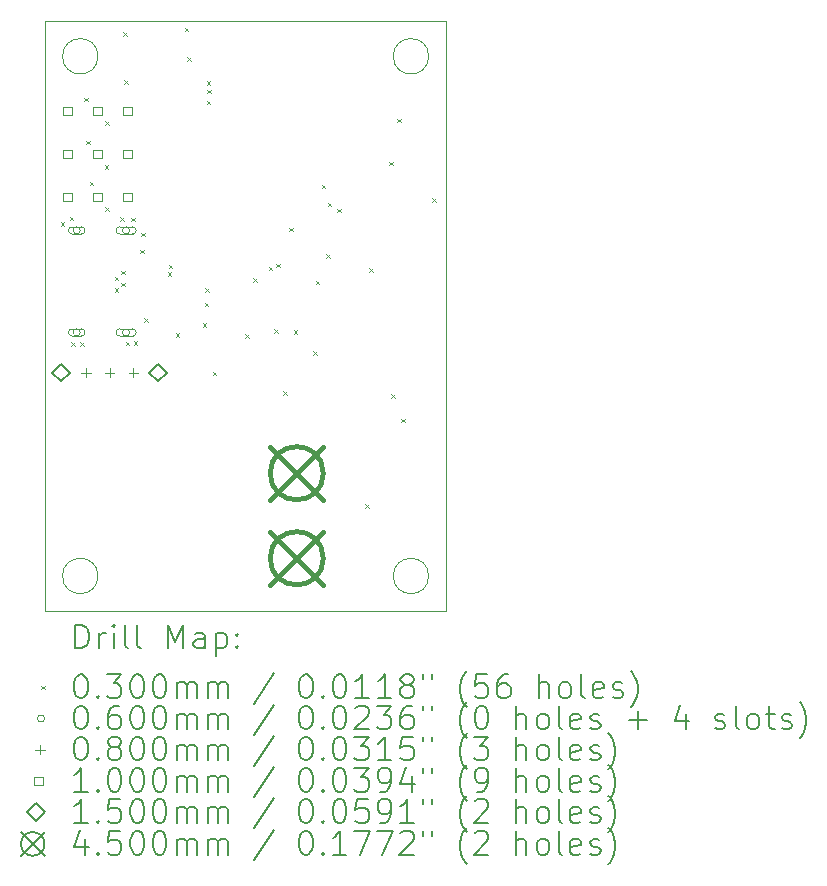
<source format=gbr>
%TF.GenerationSoftware,KiCad,Pcbnew,8.0.5*%
%TF.CreationDate,2024-10-08T22:01:38+02:00*%
%TF.ProjectId,ESP32_Controller,45535033-325f-4436-9f6e-74726f6c6c65,rev?*%
%TF.SameCoordinates,Original*%
%TF.FileFunction,Drillmap*%
%TF.FilePolarity,Positive*%
%FSLAX45Y45*%
G04 Gerber Fmt 4.5, Leading zero omitted, Abs format (unit mm)*
G04 Created by KiCad (PCBNEW 8.0.5) date 2024-10-08 22:01:38*
%MOMM*%
%LPD*%
G01*
G04 APERTURE LIST*
%ADD10C,0.050000*%
%ADD11C,0.200000*%
%ADD12C,0.100000*%
%ADD13C,0.150000*%
%ADD14C,0.450000*%
G04 APERTURE END LIST*
D10*
X10870000Y-6904000D02*
G75*
G02*
X10570000Y-6904000I-150000J0D01*
G01*
X10570000Y-6904000D02*
G75*
G02*
X10870000Y-6904000I150000J0D01*
G01*
X8070000Y-6904000D02*
G75*
G02*
X7770000Y-6904000I-150000J0D01*
G01*
X7770000Y-6904000D02*
G75*
G02*
X8070000Y-6904000I150000J0D01*
G01*
X10870000Y-11304000D02*
G75*
G02*
X10570000Y-11304000I-150000J0D01*
G01*
X10570000Y-11304000D02*
G75*
G02*
X10870000Y-11304000I150000J0D01*
G01*
X8070000Y-11304000D02*
G75*
G02*
X7770000Y-11304000I-150000J0D01*
G01*
X7770000Y-11304000D02*
G75*
G02*
X8070000Y-11304000I150000J0D01*
G01*
X7620000Y-6604000D02*
X11020000Y-6604000D01*
X11020000Y-11604000D01*
X7620000Y-11604000D01*
X7620000Y-6604000D01*
D11*
D12*
X7753000Y-8309000D02*
X7783000Y-8339000D01*
X7783000Y-8309000D02*
X7753000Y-8339000D01*
X7832000Y-8263000D02*
X7862000Y-8293000D01*
X7862000Y-8263000D02*
X7832000Y-8293000D01*
X7844000Y-9324000D02*
X7874000Y-9354000D01*
X7874000Y-9324000D02*
X7844000Y-9354000D01*
X7919000Y-9327000D02*
X7949000Y-9357000D01*
X7949000Y-9327000D02*
X7919000Y-9357000D01*
X7956000Y-7256000D02*
X7986000Y-7286000D01*
X7986000Y-7256000D02*
X7956000Y-7286000D01*
X7969000Y-7618000D02*
X7999000Y-7648000D01*
X7999000Y-7618000D02*
X7969000Y-7648000D01*
X8002000Y-7967000D02*
X8032000Y-7997000D01*
X8032000Y-7967000D02*
X8002000Y-7997000D01*
X8127000Y-7826000D02*
X8157000Y-7856000D01*
X8157000Y-7826000D02*
X8127000Y-7856000D01*
X8131000Y-7455000D02*
X8161000Y-7485000D01*
X8161000Y-7455000D02*
X8131000Y-7485000D01*
X8132000Y-8181000D02*
X8162000Y-8211000D01*
X8162000Y-8181000D02*
X8132000Y-8211000D01*
X8213000Y-8771500D02*
X8243000Y-8801500D01*
X8243000Y-8771500D02*
X8213000Y-8801500D01*
X8213000Y-8869000D02*
X8243000Y-8899000D01*
X8243000Y-8869000D02*
X8213000Y-8899000D01*
X8258000Y-8265000D02*
X8288000Y-8295000D01*
X8288000Y-8265000D02*
X8258000Y-8295000D01*
X8268000Y-8721500D02*
X8298000Y-8751500D01*
X8298000Y-8721500D02*
X8268000Y-8751500D01*
X8268000Y-8820000D02*
X8298000Y-8850000D01*
X8298000Y-8820000D02*
X8268000Y-8850000D01*
X8284000Y-6701000D02*
X8314000Y-6731000D01*
X8314000Y-6701000D02*
X8284000Y-6731000D01*
X8294000Y-7105000D02*
X8324000Y-7135000D01*
X8324000Y-7105000D02*
X8294000Y-7135000D01*
X8307000Y-9319000D02*
X8337000Y-9349000D01*
X8337000Y-9319000D02*
X8307000Y-9349000D01*
X8349536Y-8269730D02*
X8379536Y-8299730D01*
X8379536Y-8269730D02*
X8349536Y-8299730D01*
X8374000Y-9316000D02*
X8404000Y-9346000D01*
X8404000Y-9316000D02*
X8374000Y-9346000D01*
X8429000Y-8542000D02*
X8459000Y-8572000D01*
X8459000Y-8542000D02*
X8429000Y-8572000D01*
X8437000Y-8396000D02*
X8467000Y-8426000D01*
X8467000Y-8396000D02*
X8437000Y-8426000D01*
X8462000Y-9120000D02*
X8492000Y-9150000D01*
X8492000Y-9120000D02*
X8462000Y-9150000D01*
X8660000Y-8734000D02*
X8690000Y-8764000D01*
X8690000Y-8734000D02*
X8660000Y-8764000D01*
X8671000Y-8667000D02*
X8701000Y-8697000D01*
X8701000Y-8667000D02*
X8671000Y-8697000D01*
X8730000Y-9250000D02*
X8760000Y-9280000D01*
X8760000Y-9250000D02*
X8730000Y-9280000D01*
X8803000Y-6664000D02*
X8833000Y-6694000D01*
X8833000Y-6664000D02*
X8803000Y-6694000D01*
X8825000Y-6913000D02*
X8855000Y-6943000D01*
X8855000Y-6913000D02*
X8825000Y-6943000D01*
X8958000Y-9162000D02*
X8988000Y-9192000D01*
X8988000Y-9162000D02*
X8958000Y-9192000D01*
X8975000Y-8991000D02*
X9005000Y-9021000D01*
X9005000Y-8991000D02*
X8975000Y-9021000D01*
X8977000Y-8867000D02*
X9007000Y-8897000D01*
X9007000Y-8867000D02*
X8977000Y-8897000D01*
X8990000Y-7280000D02*
X9020000Y-7310000D01*
X9020000Y-7280000D02*
X8990000Y-7310000D01*
X8991000Y-7114000D02*
X9021000Y-7144000D01*
X9021000Y-7114000D02*
X8991000Y-7144000D01*
X8993000Y-7188000D02*
X9023000Y-7218000D01*
X9023000Y-7188000D02*
X8993000Y-7218000D01*
X9042000Y-9574000D02*
X9072000Y-9604000D01*
X9072000Y-9574000D02*
X9042000Y-9604000D01*
X9319000Y-9256000D02*
X9349000Y-9286000D01*
X9349000Y-9256000D02*
X9319000Y-9286000D01*
X9384000Y-8782000D02*
X9414000Y-8812000D01*
X9414000Y-8782000D02*
X9384000Y-8812000D01*
X9514000Y-8685000D02*
X9544000Y-8715000D01*
X9544000Y-8685000D02*
X9514000Y-8715000D01*
X9562000Y-9213000D02*
X9592000Y-9243000D01*
X9592000Y-9213000D02*
X9562000Y-9243000D01*
X9580000Y-8661000D02*
X9610000Y-8691000D01*
X9610000Y-8661000D02*
X9580000Y-8691000D01*
X9637000Y-9738000D02*
X9667000Y-9768000D01*
X9667000Y-9738000D02*
X9637000Y-9768000D01*
X9688000Y-8354000D02*
X9718000Y-8384000D01*
X9718000Y-8354000D02*
X9688000Y-8384000D01*
X9729000Y-9224000D02*
X9759000Y-9254000D01*
X9759000Y-9224000D02*
X9729000Y-9254000D01*
X9892000Y-9400000D02*
X9922000Y-9430000D01*
X9922000Y-9400000D02*
X9892000Y-9430000D01*
X9913000Y-8806000D02*
X9943000Y-8836000D01*
X9943000Y-8806000D02*
X9913000Y-8836000D01*
X9963000Y-7991000D02*
X9993000Y-8021000D01*
X9993000Y-7991000D02*
X9963000Y-8021000D01*
X10005000Y-8578000D02*
X10035000Y-8608000D01*
X10035000Y-8578000D02*
X10005000Y-8608000D01*
X10017000Y-8144000D02*
X10047000Y-8174000D01*
X10047000Y-8144000D02*
X10017000Y-8174000D01*
X10095000Y-8196000D02*
X10125000Y-8226000D01*
X10125000Y-8196000D02*
X10095000Y-8226000D01*
X10332000Y-10697000D02*
X10362000Y-10727000D01*
X10362000Y-10697000D02*
X10332000Y-10727000D01*
X10366000Y-8700000D02*
X10396000Y-8730000D01*
X10396000Y-8700000D02*
X10366000Y-8730000D01*
X10537000Y-7797000D02*
X10567000Y-7827000D01*
X10567000Y-7797000D02*
X10537000Y-7827000D01*
X10555000Y-9766000D02*
X10585000Y-9796000D01*
X10585000Y-9766000D02*
X10555000Y-9796000D01*
X10606000Y-7434000D02*
X10636000Y-7464000D01*
X10636000Y-7434000D02*
X10606000Y-7464000D01*
X10639000Y-9974000D02*
X10669000Y-10004000D01*
X10669000Y-9974000D02*
X10639000Y-10004000D01*
X10900000Y-8104000D02*
X10930000Y-8134000D01*
X10930000Y-8104000D02*
X10900000Y-8134000D01*
X7920000Y-8378000D02*
G75*
G02*
X7860000Y-8378000I-30000J0D01*
G01*
X7860000Y-8378000D02*
G75*
G02*
X7920000Y-8378000I30000J0D01*
G01*
X7930000Y-8348000D02*
X7850000Y-8348000D01*
X7850000Y-8408000D02*
G75*
G02*
X7850000Y-8348000I0J30000D01*
G01*
X7850000Y-8408000D02*
X7930000Y-8408000D01*
X7930000Y-8408000D02*
G75*
G03*
X7930000Y-8348000I0J30000D01*
G01*
X7920000Y-9242000D02*
G75*
G02*
X7860000Y-9242000I-30000J0D01*
G01*
X7860000Y-9242000D02*
G75*
G02*
X7920000Y-9242000I30000J0D01*
G01*
X7930000Y-9212000D02*
X7850000Y-9212000D01*
X7850000Y-9272000D02*
G75*
G02*
X7850000Y-9212000I0J30000D01*
G01*
X7850000Y-9272000D02*
X7930000Y-9272000D01*
X7930000Y-9272000D02*
G75*
G03*
X7930000Y-9212000I0J30000D01*
G01*
X8338000Y-8378000D02*
G75*
G02*
X8278000Y-8378000I-30000J0D01*
G01*
X8278000Y-8378000D02*
G75*
G02*
X8338000Y-8378000I30000J0D01*
G01*
X8363000Y-8348000D02*
X8253000Y-8348000D01*
X8253000Y-8408000D02*
G75*
G02*
X8253000Y-8348000I0J30000D01*
G01*
X8253000Y-8408000D02*
X8363000Y-8408000D01*
X8363000Y-8408000D02*
G75*
G03*
X8363000Y-8348000I0J30000D01*
G01*
X8338000Y-9242000D02*
G75*
G02*
X8278000Y-9242000I-30000J0D01*
G01*
X8278000Y-9242000D02*
G75*
G02*
X8338000Y-9242000I30000J0D01*
G01*
X8363000Y-9212000D02*
X8253000Y-9212000D01*
X8253000Y-9272000D02*
G75*
G02*
X8253000Y-9212000I0J30000D01*
G01*
X8253000Y-9272000D02*
X8363000Y-9272000D01*
X8363000Y-9272000D02*
G75*
G03*
X8363000Y-9212000I0J30000D01*
G01*
X7970000Y-9542250D02*
X7970000Y-9622250D01*
X7930000Y-9582250D02*
X8010000Y-9582250D01*
X8170000Y-9542250D02*
X8170000Y-9622250D01*
X8130000Y-9582250D02*
X8210000Y-9582250D01*
X8370000Y-9542250D02*
X8370000Y-9622250D01*
X8330000Y-9582250D02*
X8410000Y-9582250D01*
X7846356Y-7404356D02*
X7846356Y-7333644D01*
X7775644Y-7333644D01*
X7775644Y-7404356D01*
X7846356Y-7404356D01*
X7847356Y-7768356D02*
X7847356Y-7697644D01*
X7776644Y-7697644D01*
X7776644Y-7768356D01*
X7847356Y-7768356D01*
X7847356Y-8132356D02*
X7847356Y-8061644D01*
X7776644Y-8061644D01*
X7776644Y-8132356D01*
X7847356Y-8132356D01*
X8100356Y-7404356D02*
X8100356Y-7333644D01*
X8029644Y-7333644D01*
X8029644Y-7404356D01*
X8100356Y-7404356D01*
X8101356Y-7768356D02*
X8101356Y-7697644D01*
X8030644Y-7697644D01*
X8030644Y-7768356D01*
X8101356Y-7768356D01*
X8101356Y-8132356D02*
X8101356Y-8061644D01*
X8030644Y-8061644D01*
X8030644Y-8132356D01*
X8101356Y-8132356D01*
X8354356Y-7404356D02*
X8354356Y-7333644D01*
X8283644Y-7333644D01*
X8283644Y-7404356D01*
X8354356Y-7404356D01*
X8355355Y-7768356D02*
X8355355Y-7697644D01*
X8284644Y-7697644D01*
X8284644Y-7768356D01*
X8355355Y-7768356D01*
X8355356Y-8132356D02*
X8355356Y-8061644D01*
X8284644Y-8061644D01*
X8284644Y-8132356D01*
X8355356Y-8132356D01*
D13*
X7760000Y-9657250D02*
X7835000Y-9582250D01*
X7760000Y-9507250D01*
X7685000Y-9582250D01*
X7760000Y-9657250D01*
X8580000Y-9657250D02*
X8655000Y-9582250D01*
X8580000Y-9507250D01*
X8505000Y-9582250D01*
X8580000Y-9657250D01*
D14*
X9528000Y-10209000D02*
X9978000Y-10659000D01*
X9978000Y-10209000D02*
X9528000Y-10659000D01*
X9978000Y-10434000D02*
G75*
G02*
X9528000Y-10434000I-225000J0D01*
G01*
X9528000Y-10434000D02*
G75*
G02*
X9978000Y-10434000I225000J0D01*
G01*
X9528000Y-10929000D02*
X9978000Y-11379000D01*
X9978000Y-10929000D02*
X9528000Y-11379000D01*
X9978000Y-11154000D02*
G75*
G02*
X9528000Y-11154000I-225000J0D01*
G01*
X9528000Y-11154000D02*
G75*
G02*
X9978000Y-11154000I225000J0D01*
G01*
D11*
X7878277Y-11917984D02*
X7878277Y-11717984D01*
X7878277Y-11717984D02*
X7925896Y-11717984D01*
X7925896Y-11717984D02*
X7954467Y-11727508D01*
X7954467Y-11727508D02*
X7973515Y-11746555D01*
X7973515Y-11746555D02*
X7983039Y-11765603D01*
X7983039Y-11765603D02*
X7992562Y-11803698D01*
X7992562Y-11803698D02*
X7992562Y-11832269D01*
X7992562Y-11832269D02*
X7983039Y-11870365D01*
X7983039Y-11870365D02*
X7973515Y-11889412D01*
X7973515Y-11889412D02*
X7954467Y-11908460D01*
X7954467Y-11908460D02*
X7925896Y-11917984D01*
X7925896Y-11917984D02*
X7878277Y-11917984D01*
X8078277Y-11917984D02*
X8078277Y-11784650D01*
X8078277Y-11822746D02*
X8087801Y-11803698D01*
X8087801Y-11803698D02*
X8097324Y-11794174D01*
X8097324Y-11794174D02*
X8116372Y-11784650D01*
X8116372Y-11784650D02*
X8135420Y-11784650D01*
X8202086Y-11917984D02*
X8202086Y-11784650D01*
X8202086Y-11717984D02*
X8192562Y-11727508D01*
X8192562Y-11727508D02*
X8202086Y-11737031D01*
X8202086Y-11737031D02*
X8211610Y-11727508D01*
X8211610Y-11727508D02*
X8202086Y-11717984D01*
X8202086Y-11717984D02*
X8202086Y-11737031D01*
X8325896Y-11917984D02*
X8306848Y-11908460D01*
X8306848Y-11908460D02*
X8297324Y-11889412D01*
X8297324Y-11889412D02*
X8297324Y-11717984D01*
X8430658Y-11917984D02*
X8411610Y-11908460D01*
X8411610Y-11908460D02*
X8402086Y-11889412D01*
X8402086Y-11889412D02*
X8402086Y-11717984D01*
X8659229Y-11917984D02*
X8659229Y-11717984D01*
X8659229Y-11717984D02*
X8725896Y-11860841D01*
X8725896Y-11860841D02*
X8792563Y-11717984D01*
X8792563Y-11717984D02*
X8792563Y-11917984D01*
X8973515Y-11917984D02*
X8973515Y-11813222D01*
X8973515Y-11813222D02*
X8963991Y-11794174D01*
X8963991Y-11794174D02*
X8944944Y-11784650D01*
X8944944Y-11784650D02*
X8906848Y-11784650D01*
X8906848Y-11784650D02*
X8887801Y-11794174D01*
X8973515Y-11908460D02*
X8954467Y-11917984D01*
X8954467Y-11917984D02*
X8906848Y-11917984D01*
X8906848Y-11917984D02*
X8887801Y-11908460D01*
X8887801Y-11908460D02*
X8878277Y-11889412D01*
X8878277Y-11889412D02*
X8878277Y-11870365D01*
X8878277Y-11870365D02*
X8887801Y-11851317D01*
X8887801Y-11851317D02*
X8906848Y-11841793D01*
X8906848Y-11841793D02*
X8954467Y-11841793D01*
X8954467Y-11841793D02*
X8973515Y-11832269D01*
X9068753Y-11784650D02*
X9068753Y-11984650D01*
X9068753Y-11794174D02*
X9087801Y-11784650D01*
X9087801Y-11784650D02*
X9125896Y-11784650D01*
X9125896Y-11784650D02*
X9144944Y-11794174D01*
X9144944Y-11794174D02*
X9154467Y-11803698D01*
X9154467Y-11803698D02*
X9163991Y-11822746D01*
X9163991Y-11822746D02*
X9163991Y-11879888D01*
X9163991Y-11879888D02*
X9154467Y-11898936D01*
X9154467Y-11898936D02*
X9144944Y-11908460D01*
X9144944Y-11908460D02*
X9125896Y-11917984D01*
X9125896Y-11917984D02*
X9087801Y-11917984D01*
X9087801Y-11917984D02*
X9068753Y-11908460D01*
X9249705Y-11898936D02*
X9259229Y-11908460D01*
X9259229Y-11908460D02*
X9249705Y-11917984D01*
X9249705Y-11917984D02*
X9240182Y-11908460D01*
X9240182Y-11908460D02*
X9249705Y-11898936D01*
X9249705Y-11898936D02*
X9249705Y-11917984D01*
X9249705Y-11794174D02*
X9259229Y-11803698D01*
X9259229Y-11803698D02*
X9249705Y-11813222D01*
X9249705Y-11813222D02*
X9240182Y-11803698D01*
X9240182Y-11803698D02*
X9249705Y-11794174D01*
X9249705Y-11794174D02*
X9249705Y-11813222D01*
D12*
X7587500Y-12231500D02*
X7617500Y-12261500D01*
X7617500Y-12231500D02*
X7587500Y-12261500D01*
D11*
X7916372Y-12137984D02*
X7935420Y-12137984D01*
X7935420Y-12137984D02*
X7954467Y-12147508D01*
X7954467Y-12147508D02*
X7963991Y-12157031D01*
X7963991Y-12157031D02*
X7973515Y-12176079D01*
X7973515Y-12176079D02*
X7983039Y-12214174D01*
X7983039Y-12214174D02*
X7983039Y-12261793D01*
X7983039Y-12261793D02*
X7973515Y-12299888D01*
X7973515Y-12299888D02*
X7963991Y-12318936D01*
X7963991Y-12318936D02*
X7954467Y-12328460D01*
X7954467Y-12328460D02*
X7935420Y-12337984D01*
X7935420Y-12337984D02*
X7916372Y-12337984D01*
X7916372Y-12337984D02*
X7897324Y-12328460D01*
X7897324Y-12328460D02*
X7887801Y-12318936D01*
X7887801Y-12318936D02*
X7878277Y-12299888D01*
X7878277Y-12299888D02*
X7868753Y-12261793D01*
X7868753Y-12261793D02*
X7868753Y-12214174D01*
X7868753Y-12214174D02*
X7878277Y-12176079D01*
X7878277Y-12176079D02*
X7887801Y-12157031D01*
X7887801Y-12157031D02*
X7897324Y-12147508D01*
X7897324Y-12147508D02*
X7916372Y-12137984D01*
X8068753Y-12318936D02*
X8078277Y-12328460D01*
X8078277Y-12328460D02*
X8068753Y-12337984D01*
X8068753Y-12337984D02*
X8059229Y-12328460D01*
X8059229Y-12328460D02*
X8068753Y-12318936D01*
X8068753Y-12318936D02*
X8068753Y-12337984D01*
X8144943Y-12137984D02*
X8268753Y-12137984D01*
X8268753Y-12137984D02*
X8202086Y-12214174D01*
X8202086Y-12214174D02*
X8230658Y-12214174D01*
X8230658Y-12214174D02*
X8249705Y-12223698D01*
X8249705Y-12223698D02*
X8259229Y-12233222D01*
X8259229Y-12233222D02*
X8268753Y-12252269D01*
X8268753Y-12252269D02*
X8268753Y-12299888D01*
X8268753Y-12299888D02*
X8259229Y-12318936D01*
X8259229Y-12318936D02*
X8249705Y-12328460D01*
X8249705Y-12328460D02*
X8230658Y-12337984D01*
X8230658Y-12337984D02*
X8173515Y-12337984D01*
X8173515Y-12337984D02*
X8154467Y-12328460D01*
X8154467Y-12328460D02*
X8144943Y-12318936D01*
X8392563Y-12137984D02*
X8411610Y-12137984D01*
X8411610Y-12137984D02*
X8430658Y-12147508D01*
X8430658Y-12147508D02*
X8440182Y-12157031D01*
X8440182Y-12157031D02*
X8449705Y-12176079D01*
X8449705Y-12176079D02*
X8459229Y-12214174D01*
X8459229Y-12214174D02*
X8459229Y-12261793D01*
X8459229Y-12261793D02*
X8449705Y-12299888D01*
X8449705Y-12299888D02*
X8440182Y-12318936D01*
X8440182Y-12318936D02*
X8430658Y-12328460D01*
X8430658Y-12328460D02*
X8411610Y-12337984D01*
X8411610Y-12337984D02*
X8392563Y-12337984D01*
X8392563Y-12337984D02*
X8373515Y-12328460D01*
X8373515Y-12328460D02*
X8363991Y-12318936D01*
X8363991Y-12318936D02*
X8354467Y-12299888D01*
X8354467Y-12299888D02*
X8344943Y-12261793D01*
X8344943Y-12261793D02*
X8344943Y-12214174D01*
X8344943Y-12214174D02*
X8354467Y-12176079D01*
X8354467Y-12176079D02*
X8363991Y-12157031D01*
X8363991Y-12157031D02*
X8373515Y-12147508D01*
X8373515Y-12147508D02*
X8392563Y-12137984D01*
X8583039Y-12137984D02*
X8602086Y-12137984D01*
X8602086Y-12137984D02*
X8621134Y-12147508D01*
X8621134Y-12147508D02*
X8630658Y-12157031D01*
X8630658Y-12157031D02*
X8640182Y-12176079D01*
X8640182Y-12176079D02*
X8649705Y-12214174D01*
X8649705Y-12214174D02*
X8649705Y-12261793D01*
X8649705Y-12261793D02*
X8640182Y-12299888D01*
X8640182Y-12299888D02*
X8630658Y-12318936D01*
X8630658Y-12318936D02*
X8621134Y-12328460D01*
X8621134Y-12328460D02*
X8602086Y-12337984D01*
X8602086Y-12337984D02*
X8583039Y-12337984D01*
X8583039Y-12337984D02*
X8563991Y-12328460D01*
X8563991Y-12328460D02*
X8554467Y-12318936D01*
X8554467Y-12318936D02*
X8544944Y-12299888D01*
X8544944Y-12299888D02*
X8535420Y-12261793D01*
X8535420Y-12261793D02*
X8535420Y-12214174D01*
X8535420Y-12214174D02*
X8544944Y-12176079D01*
X8544944Y-12176079D02*
X8554467Y-12157031D01*
X8554467Y-12157031D02*
X8563991Y-12147508D01*
X8563991Y-12147508D02*
X8583039Y-12137984D01*
X8735420Y-12337984D02*
X8735420Y-12204650D01*
X8735420Y-12223698D02*
X8744944Y-12214174D01*
X8744944Y-12214174D02*
X8763991Y-12204650D01*
X8763991Y-12204650D02*
X8792563Y-12204650D01*
X8792563Y-12204650D02*
X8811610Y-12214174D01*
X8811610Y-12214174D02*
X8821134Y-12233222D01*
X8821134Y-12233222D02*
X8821134Y-12337984D01*
X8821134Y-12233222D02*
X8830658Y-12214174D01*
X8830658Y-12214174D02*
X8849705Y-12204650D01*
X8849705Y-12204650D02*
X8878277Y-12204650D01*
X8878277Y-12204650D02*
X8897325Y-12214174D01*
X8897325Y-12214174D02*
X8906848Y-12233222D01*
X8906848Y-12233222D02*
X8906848Y-12337984D01*
X9002086Y-12337984D02*
X9002086Y-12204650D01*
X9002086Y-12223698D02*
X9011610Y-12214174D01*
X9011610Y-12214174D02*
X9030658Y-12204650D01*
X9030658Y-12204650D02*
X9059229Y-12204650D01*
X9059229Y-12204650D02*
X9078277Y-12214174D01*
X9078277Y-12214174D02*
X9087801Y-12233222D01*
X9087801Y-12233222D02*
X9087801Y-12337984D01*
X9087801Y-12233222D02*
X9097325Y-12214174D01*
X9097325Y-12214174D02*
X9116372Y-12204650D01*
X9116372Y-12204650D02*
X9144944Y-12204650D01*
X9144944Y-12204650D02*
X9163991Y-12214174D01*
X9163991Y-12214174D02*
X9173515Y-12233222D01*
X9173515Y-12233222D02*
X9173515Y-12337984D01*
X9563991Y-12128460D02*
X9392563Y-12385603D01*
X9821134Y-12137984D02*
X9840182Y-12137984D01*
X9840182Y-12137984D02*
X9859229Y-12147508D01*
X9859229Y-12147508D02*
X9868753Y-12157031D01*
X9868753Y-12157031D02*
X9878277Y-12176079D01*
X9878277Y-12176079D02*
X9887801Y-12214174D01*
X9887801Y-12214174D02*
X9887801Y-12261793D01*
X9887801Y-12261793D02*
X9878277Y-12299888D01*
X9878277Y-12299888D02*
X9868753Y-12318936D01*
X9868753Y-12318936D02*
X9859229Y-12328460D01*
X9859229Y-12328460D02*
X9840182Y-12337984D01*
X9840182Y-12337984D02*
X9821134Y-12337984D01*
X9821134Y-12337984D02*
X9802087Y-12328460D01*
X9802087Y-12328460D02*
X9792563Y-12318936D01*
X9792563Y-12318936D02*
X9783039Y-12299888D01*
X9783039Y-12299888D02*
X9773515Y-12261793D01*
X9773515Y-12261793D02*
X9773515Y-12214174D01*
X9773515Y-12214174D02*
X9783039Y-12176079D01*
X9783039Y-12176079D02*
X9792563Y-12157031D01*
X9792563Y-12157031D02*
X9802087Y-12147508D01*
X9802087Y-12147508D02*
X9821134Y-12137984D01*
X9973515Y-12318936D02*
X9983039Y-12328460D01*
X9983039Y-12328460D02*
X9973515Y-12337984D01*
X9973515Y-12337984D02*
X9963991Y-12328460D01*
X9963991Y-12328460D02*
X9973515Y-12318936D01*
X9973515Y-12318936D02*
X9973515Y-12337984D01*
X10106848Y-12137984D02*
X10125896Y-12137984D01*
X10125896Y-12137984D02*
X10144944Y-12147508D01*
X10144944Y-12147508D02*
X10154468Y-12157031D01*
X10154468Y-12157031D02*
X10163991Y-12176079D01*
X10163991Y-12176079D02*
X10173515Y-12214174D01*
X10173515Y-12214174D02*
X10173515Y-12261793D01*
X10173515Y-12261793D02*
X10163991Y-12299888D01*
X10163991Y-12299888D02*
X10154468Y-12318936D01*
X10154468Y-12318936D02*
X10144944Y-12328460D01*
X10144944Y-12328460D02*
X10125896Y-12337984D01*
X10125896Y-12337984D02*
X10106848Y-12337984D01*
X10106848Y-12337984D02*
X10087801Y-12328460D01*
X10087801Y-12328460D02*
X10078277Y-12318936D01*
X10078277Y-12318936D02*
X10068753Y-12299888D01*
X10068753Y-12299888D02*
X10059229Y-12261793D01*
X10059229Y-12261793D02*
X10059229Y-12214174D01*
X10059229Y-12214174D02*
X10068753Y-12176079D01*
X10068753Y-12176079D02*
X10078277Y-12157031D01*
X10078277Y-12157031D02*
X10087801Y-12147508D01*
X10087801Y-12147508D02*
X10106848Y-12137984D01*
X10363991Y-12337984D02*
X10249706Y-12337984D01*
X10306848Y-12337984D02*
X10306848Y-12137984D01*
X10306848Y-12137984D02*
X10287801Y-12166555D01*
X10287801Y-12166555D02*
X10268753Y-12185603D01*
X10268753Y-12185603D02*
X10249706Y-12195127D01*
X10554468Y-12337984D02*
X10440182Y-12337984D01*
X10497325Y-12337984D02*
X10497325Y-12137984D01*
X10497325Y-12137984D02*
X10478277Y-12166555D01*
X10478277Y-12166555D02*
X10459229Y-12185603D01*
X10459229Y-12185603D02*
X10440182Y-12195127D01*
X10668753Y-12223698D02*
X10649706Y-12214174D01*
X10649706Y-12214174D02*
X10640182Y-12204650D01*
X10640182Y-12204650D02*
X10630658Y-12185603D01*
X10630658Y-12185603D02*
X10630658Y-12176079D01*
X10630658Y-12176079D02*
X10640182Y-12157031D01*
X10640182Y-12157031D02*
X10649706Y-12147508D01*
X10649706Y-12147508D02*
X10668753Y-12137984D01*
X10668753Y-12137984D02*
X10706849Y-12137984D01*
X10706849Y-12137984D02*
X10725896Y-12147508D01*
X10725896Y-12147508D02*
X10735420Y-12157031D01*
X10735420Y-12157031D02*
X10744944Y-12176079D01*
X10744944Y-12176079D02*
X10744944Y-12185603D01*
X10744944Y-12185603D02*
X10735420Y-12204650D01*
X10735420Y-12204650D02*
X10725896Y-12214174D01*
X10725896Y-12214174D02*
X10706849Y-12223698D01*
X10706849Y-12223698D02*
X10668753Y-12223698D01*
X10668753Y-12223698D02*
X10649706Y-12233222D01*
X10649706Y-12233222D02*
X10640182Y-12242746D01*
X10640182Y-12242746D02*
X10630658Y-12261793D01*
X10630658Y-12261793D02*
X10630658Y-12299888D01*
X10630658Y-12299888D02*
X10640182Y-12318936D01*
X10640182Y-12318936D02*
X10649706Y-12328460D01*
X10649706Y-12328460D02*
X10668753Y-12337984D01*
X10668753Y-12337984D02*
X10706849Y-12337984D01*
X10706849Y-12337984D02*
X10725896Y-12328460D01*
X10725896Y-12328460D02*
X10735420Y-12318936D01*
X10735420Y-12318936D02*
X10744944Y-12299888D01*
X10744944Y-12299888D02*
X10744944Y-12261793D01*
X10744944Y-12261793D02*
X10735420Y-12242746D01*
X10735420Y-12242746D02*
X10725896Y-12233222D01*
X10725896Y-12233222D02*
X10706849Y-12223698D01*
X10821134Y-12137984D02*
X10821134Y-12176079D01*
X10897325Y-12137984D02*
X10897325Y-12176079D01*
X11192563Y-12414174D02*
X11183039Y-12404650D01*
X11183039Y-12404650D02*
X11163991Y-12376079D01*
X11163991Y-12376079D02*
X11154468Y-12357031D01*
X11154468Y-12357031D02*
X11144944Y-12328460D01*
X11144944Y-12328460D02*
X11135420Y-12280841D01*
X11135420Y-12280841D02*
X11135420Y-12242746D01*
X11135420Y-12242746D02*
X11144944Y-12195127D01*
X11144944Y-12195127D02*
X11154468Y-12166555D01*
X11154468Y-12166555D02*
X11163991Y-12147508D01*
X11163991Y-12147508D02*
X11183039Y-12118936D01*
X11183039Y-12118936D02*
X11192563Y-12109412D01*
X11363991Y-12137984D02*
X11268753Y-12137984D01*
X11268753Y-12137984D02*
X11259229Y-12233222D01*
X11259229Y-12233222D02*
X11268753Y-12223698D01*
X11268753Y-12223698D02*
X11287801Y-12214174D01*
X11287801Y-12214174D02*
X11335420Y-12214174D01*
X11335420Y-12214174D02*
X11354468Y-12223698D01*
X11354468Y-12223698D02*
X11363991Y-12233222D01*
X11363991Y-12233222D02*
X11373515Y-12252269D01*
X11373515Y-12252269D02*
X11373515Y-12299888D01*
X11373515Y-12299888D02*
X11363991Y-12318936D01*
X11363991Y-12318936D02*
X11354468Y-12328460D01*
X11354468Y-12328460D02*
X11335420Y-12337984D01*
X11335420Y-12337984D02*
X11287801Y-12337984D01*
X11287801Y-12337984D02*
X11268753Y-12328460D01*
X11268753Y-12328460D02*
X11259229Y-12318936D01*
X11544944Y-12137984D02*
X11506848Y-12137984D01*
X11506848Y-12137984D02*
X11487801Y-12147508D01*
X11487801Y-12147508D02*
X11478277Y-12157031D01*
X11478277Y-12157031D02*
X11459229Y-12185603D01*
X11459229Y-12185603D02*
X11449706Y-12223698D01*
X11449706Y-12223698D02*
X11449706Y-12299888D01*
X11449706Y-12299888D02*
X11459229Y-12318936D01*
X11459229Y-12318936D02*
X11468753Y-12328460D01*
X11468753Y-12328460D02*
X11487801Y-12337984D01*
X11487801Y-12337984D02*
X11525896Y-12337984D01*
X11525896Y-12337984D02*
X11544944Y-12328460D01*
X11544944Y-12328460D02*
X11554468Y-12318936D01*
X11554468Y-12318936D02*
X11563991Y-12299888D01*
X11563991Y-12299888D02*
X11563991Y-12252269D01*
X11563991Y-12252269D02*
X11554468Y-12233222D01*
X11554468Y-12233222D02*
X11544944Y-12223698D01*
X11544944Y-12223698D02*
X11525896Y-12214174D01*
X11525896Y-12214174D02*
X11487801Y-12214174D01*
X11487801Y-12214174D02*
X11468753Y-12223698D01*
X11468753Y-12223698D02*
X11459229Y-12233222D01*
X11459229Y-12233222D02*
X11449706Y-12252269D01*
X11802087Y-12337984D02*
X11802087Y-12137984D01*
X11887801Y-12337984D02*
X11887801Y-12233222D01*
X11887801Y-12233222D02*
X11878277Y-12214174D01*
X11878277Y-12214174D02*
X11859230Y-12204650D01*
X11859230Y-12204650D02*
X11830658Y-12204650D01*
X11830658Y-12204650D02*
X11811610Y-12214174D01*
X11811610Y-12214174D02*
X11802087Y-12223698D01*
X12011610Y-12337984D02*
X11992563Y-12328460D01*
X11992563Y-12328460D02*
X11983039Y-12318936D01*
X11983039Y-12318936D02*
X11973515Y-12299888D01*
X11973515Y-12299888D02*
X11973515Y-12242746D01*
X11973515Y-12242746D02*
X11983039Y-12223698D01*
X11983039Y-12223698D02*
X11992563Y-12214174D01*
X11992563Y-12214174D02*
X12011610Y-12204650D01*
X12011610Y-12204650D02*
X12040182Y-12204650D01*
X12040182Y-12204650D02*
X12059230Y-12214174D01*
X12059230Y-12214174D02*
X12068753Y-12223698D01*
X12068753Y-12223698D02*
X12078277Y-12242746D01*
X12078277Y-12242746D02*
X12078277Y-12299888D01*
X12078277Y-12299888D02*
X12068753Y-12318936D01*
X12068753Y-12318936D02*
X12059230Y-12328460D01*
X12059230Y-12328460D02*
X12040182Y-12337984D01*
X12040182Y-12337984D02*
X12011610Y-12337984D01*
X12192563Y-12337984D02*
X12173515Y-12328460D01*
X12173515Y-12328460D02*
X12163991Y-12309412D01*
X12163991Y-12309412D02*
X12163991Y-12137984D01*
X12344944Y-12328460D02*
X12325896Y-12337984D01*
X12325896Y-12337984D02*
X12287801Y-12337984D01*
X12287801Y-12337984D02*
X12268753Y-12328460D01*
X12268753Y-12328460D02*
X12259230Y-12309412D01*
X12259230Y-12309412D02*
X12259230Y-12233222D01*
X12259230Y-12233222D02*
X12268753Y-12214174D01*
X12268753Y-12214174D02*
X12287801Y-12204650D01*
X12287801Y-12204650D02*
X12325896Y-12204650D01*
X12325896Y-12204650D02*
X12344944Y-12214174D01*
X12344944Y-12214174D02*
X12354468Y-12233222D01*
X12354468Y-12233222D02*
X12354468Y-12252269D01*
X12354468Y-12252269D02*
X12259230Y-12271317D01*
X12430658Y-12328460D02*
X12449706Y-12337984D01*
X12449706Y-12337984D02*
X12487801Y-12337984D01*
X12487801Y-12337984D02*
X12506849Y-12328460D01*
X12506849Y-12328460D02*
X12516372Y-12309412D01*
X12516372Y-12309412D02*
X12516372Y-12299888D01*
X12516372Y-12299888D02*
X12506849Y-12280841D01*
X12506849Y-12280841D02*
X12487801Y-12271317D01*
X12487801Y-12271317D02*
X12459230Y-12271317D01*
X12459230Y-12271317D02*
X12440182Y-12261793D01*
X12440182Y-12261793D02*
X12430658Y-12242746D01*
X12430658Y-12242746D02*
X12430658Y-12233222D01*
X12430658Y-12233222D02*
X12440182Y-12214174D01*
X12440182Y-12214174D02*
X12459230Y-12204650D01*
X12459230Y-12204650D02*
X12487801Y-12204650D01*
X12487801Y-12204650D02*
X12506849Y-12214174D01*
X12583039Y-12414174D02*
X12592563Y-12404650D01*
X12592563Y-12404650D02*
X12611611Y-12376079D01*
X12611611Y-12376079D02*
X12621134Y-12357031D01*
X12621134Y-12357031D02*
X12630658Y-12328460D01*
X12630658Y-12328460D02*
X12640182Y-12280841D01*
X12640182Y-12280841D02*
X12640182Y-12242746D01*
X12640182Y-12242746D02*
X12630658Y-12195127D01*
X12630658Y-12195127D02*
X12621134Y-12166555D01*
X12621134Y-12166555D02*
X12611611Y-12147508D01*
X12611611Y-12147508D02*
X12592563Y-12118936D01*
X12592563Y-12118936D02*
X12583039Y-12109412D01*
D12*
X7617500Y-12510500D02*
G75*
G02*
X7557500Y-12510500I-30000J0D01*
G01*
X7557500Y-12510500D02*
G75*
G02*
X7617500Y-12510500I30000J0D01*
G01*
D11*
X7916372Y-12401984D02*
X7935420Y-12401984D01*
X7935420Y-12401984D02*
X7954467Y-12411508D01*
X7954467Y-12411508D02*
X7963991Y-12421031D01*
X7963991Y-12421031D02*
X7973515Y-12440079D01*
X7973515Y-12440079D02*
X7983039Y-12478174D01*
X7983039Y-12478174D02*
X7983039Y-12525793D01*
X7983039Y-12525793D02*
X7973515Y-12563888D01*
X7973515Y-12563888D02*
X7963991Y-12582936D01*
X7963991Y-12582936D02*
X7954467Y-12592460D01*
X7954467Y-12592460D02*
X7935420Y-12601984D01*
X7935420Y-12601984D02*
X7916372Y-12601984D01*
X7916372Y-12601984D02*
X7897324Y-12592460D01*
X7897324Y-12592460D02*
X7887801Y-12582936D01*
X7887801Y-12582936D02*
X7878277Y-12563888D01*
X7878277Y-12563888D02*
X7868753Y-12525793D01*
X7868753Y-12525793D02*
X7868753Y-12478174D01*
X7868753Y-12478174D02*
X7878277Y-12440079D01*
X7878277Y-12440079D02*
X7887801Y-12421031D01*
X7887801Y-12421031D02*
X7897324Y-12411508D01*
X7897324Y-12411508D02*
X7916372Y-12401984D01*
X8068753Y-12582936D02*
X8078277Y-12592460D01*
X8078277Y-12592460D02*
X8068753Y-12601984D01*
X8068753Y-12601984D02*
X8059229Y-12592460D01*
X8059229Y-12592460D02*
X8068753Y-12582936D01*
X8068753Y-12582936D02*
X8068753Y-12601984D01*
X8249705Y-12401984D02*
X8211610Y-12401984D01*
X8211610Y-12401984D02*
X8192562Y-12411508D01*
X8192562Y-12411508D02*
X8183039Y-12421031D01*
X8183039Y-12421031D02*
X8163991Y-12449603D01*
X8163991Y-12449603D02*
X8154467Y-12487698D01*
X8154467Y-12487698D02*
X8154467Y-12563888D01*
X8154467Y-12563888D02*
X8163991Y-12582936D01*
X8163991Y-12582936D02*
X8173515Y-12592460D01*
X8173515Y-12592460D02*
X8192562Y-12601984D01*
X8192562Y-12601984D02*
X8230658Y-12601984D01*
X8230658Y-12601984D02*
X8249705Y-12592460D01*
X8249705Y-12592460D02*
X8259229Y-12582936D01*
X8259229Y-12582936D02*
X8268753Y-12563888D01*
X8268753Y-12563888D02*
X8268753Y-12516269D01*
X8268753Y-12516269D02*
X8259229Y-12497222D01*
X8259229Y-12497222D02*
X8249705Y-12487698D01*
X8249705Y-12487698D02*
X8230658Y-12478174D01*
X8230658Y-12478174D02*
X8192562Y-12478174D01*
X8192562Y-12478174D02*
X8173515Y-12487698D01*
X8173515Y-12487698D02*
X8163991Y-12497222D01*
X8163991Y-12497222D02*
X8154467Y-12516269D01*
X8392563Y-12401984D02*
X8411610Y-12401984D01*
X8411610Y-12401984D02*
X8430658Y-12411508D01*
X8430658Y-12411508D02*
X8440182Y-12421031D01*
X8440182Y-12421031D02*
X8449705Y-12440079D01*
X8449705Y-12440079D02*
X8459229Y-12478174D01*
X8459229Y-12478174D02*
X8459229Y-12525793D01*
X8459229Y-12525793D02*
X8449705Y-12563888D01*
X8449705Y-12563888D02*
X8440182Y-12582936D01*
X8440182Y-12582936D02*
X8430658Y-12592460D01*
X8430658Y-12592460D02*
X8411610Y-12601984D01*
X8411610Y-12601984D02*
X8392563Y-12601984D01*
X8392563Y-12601984D02*
X8373515Y-12592460D01*
X8373515Y-12592460D02*
X8363991Y-12582936D01*
X8363991Y-12582936D02*
X8354467Y-12563888D01*
X8354467Y-12563888D02*
X8344943Y-12525793D01*
X8344943Y-12525793D02*
X8344943Y-12478174D01*
X8344943Y-12478174D02*
X8354467Y-12440079D01*
X8354467Y-12440079D02*
X8363991Y-12421031D01*
X8363991Y-12421031D02*
X8373515Y-12411508D01*
X8373515Y-12411508D02*
X8392563Y-12401984D01*
X8583039Y-12401984D02*
X8602086Y-12401984D01*
X8602086Y-12401984D02*
X8621134Y-12411508D01*
X8621134Y-12411508D02*
X8630658Y-12421031D01*
X8630658Y-12421031D02*
X8640182Y-12440079D01*
X8640182Y-12440079D02*
X8649705Y-12478174D01*
X8649705Y-12478174D02*
X8649705Y-12525793D01*
X8649705Y-12525793D02*
X8640182Y-12563888D01*
X8640182Y-12563888D02*
X8630658Y-12582936D01*
X8630658Y-12582936D02*
X8621134Y-12592460D01*
X8621134Y-12592460D02*
X8602086Y-12601984D01*
X8602086Y-12601984D02*
X8583039Y-12601984D01*
X8583039Y-12601984D02*
X8563991Y-12592460D01*
X8563991Y-12592460D02*
X8554467Y-12582936D01*
X8554467Y-12582936D02*
X8544944Y-12563888D01*
X8544944Y-12563888D02*
X8535420Y-12525793D01*
X8535420Y-12525793D02*
X8535420Y-12478174D01*
X8535420Y-12478174D02*
X8544944Y-12440079D01*
X8544944Y-12440079D02*
X8554467Y-12421031D01*
X8554467Y-12421031D02*
X8563991Y-12411508D01*
X8563991Y-12411508D02*
X8583039Y-12401984D01*
X8735420Y-12601984D02*
X8735420Y-12468650D01*
X8735420Y-12487698D02*
X8744944Y-12478174D01*
X8744944Y-12478174D02*
X8763991Y-12468650D01*
X8763991Y-12468650D02*
X8792563Y-12468650D01*
X8792563Y-12468650D02*
X8811610Y-12478174D01*
X8811610Y-12478174D02*
X8821134Y-12497222D01*
X8821134Y-12497222D02*
X8821134Y-12601984D01*
X8821134Y-12497222D02*
X8830658Y-12478174D01*
X8830658Y-12478174D02*
X8849705Y-12468650D01*
X8849705Y-12468650D02*
X8878277Y-12468650D01*
X8878277Y-12468650D02*
X8897325Y-12478174D01*
X8897325Y-12478174D02*
X8906848Y-12497222D01*
X8906848Y-12497222D02*
X8906848Y-12601984D01*
X9002086Y-12601984D02*
X9002086Y-12468650D01*
X9002086Y-12487698D02*
X9011610Y-12478174D01*
X9011610Y-12478174D02*
X9030658Y-12468650D01*
X9030658Y-12468650D02*
X9059229Y-12468650D01*
X9059229Y-12468650D02*
X9078277Y-12478174D01*
X9078277Y-12478174D02*
X9087801Y-12497222D01*
X9087801Y-12497222D02*
X9087801Y-12601984D01*
X9087801Y-12497222D02*
X9097325Y-12478174D01*
X9097325Y-12478174D02*
X9116372Y-12468650D01*
X9116372Y-12468650D02*
X9144944Y-12468650D01*
X9144944Y-12468650D02*
X9163991Y-12478174D01*
X9163991Y-12478174D02*
X9173515Y-12497222D01*
X9173515Y-12497222D02*
X9173515Y-12601984D01*
X9563991Y-12392460D02*
X9392563Y-12649603D01*
X9821134Y-12401984D02*
X9840182Y-12401984D01*
X9840182Y-12401984D02*
X9859229Y-12411508D01*
X9859229Y-12411508D02*
X9868753Y-12421031D01*
X9868753Y-12421031D02*
X9878277Y-12440079D01*
X9878277Y-12440079D02*
X9887801Y-12478174D01*
X9887801Y-12478174D02*
X9887801Y-12525793D01*
X9887801Y-12525793D02*
X9878277Y-12563888D01*
X9878277Y-12563888D02*
X9868753Y-12582936D01*
X9868753Y-12582936D02*
X9859229Y-12592460D01*
X9859229Y-12592460D02*
X9840182Y-12601984D01*
X9840182Y-12601984D02*
X9821134Y-12601984D01*
X9821134Y-12601984D02*
X9802087Y-12592460D01*
X9802087Y-12592460D02*
X9792563Y-12582936D01*
X9792563Y-12582936D02*
X9783039Y-12563888D01*
X9783039Y-12563888D02*
X9773515Y-12525793D01*
X9773515Y-12525793D02*
X9773515Y-12478174D01*
X9773515Y-12478174D02*
X9783039Y-12440079D01*
X9783039Y-12440079D02*
X9792563Y-12421031D01*
X9792563Y-12421031D02*
X9802087Y-12411508D01*
X9802087Y-12411508D02*
X9821134Y-12401984D01*
X9973515Y-12582936D02*
X9983039Y-12592460D01*
X9983039Y-12592460D02*
X9973515Y-12601984D01*
X9973515Y-12601984D02*
X9963991Y-12592460D01*
X9963991Y-12592460D02*
X9973515Y-12582936D01*
X9973515Y-12582936D02*
X9973515Y-12601984D01*
X10106848Y-12401984D02*
X10125896Y-12401984D01*
X10125896Y-12401984D02*
X10144944Y-12411508D01*
X10144944Y-12411508D02*
X10154468Y-12421031D01*
X10154468Y-12421031D02*
X10163991Y-12440079D01*
X10163991Y-12440079D02*
X10173515Y-12478174D01*
X10173515Y-12478174D02*
X10173515Y-12525793D01*
X10173515Y-12525793D02*
X10163991Y-12563888D01*
X10163991Y-12563888D02*
X10154468Y-12582936D01*
X10154468Y-12582936D02*
X10144944Y-12592460D01*
X10144944Y-12592460D02*
X10125896Y-12601984D01*
X10125896Y-12601984D02*
X10106848Y-12601984D01*
X10106848Y-12601984D02*
X10087801Y-12592460D01*
X10087801Y-12592460D02*
X10078277Y-12582936D01*
X10078277Y-12582936D02*
X10068753Y-12563888D01*
X10068753Y-12563888D02*
X10059229Y-12525793D01*
X10059229Y-12525793D02*
X10059229Y-12478174D01*
X10059229Y-12478174D02*
X10068753Y-12440079D01*
X10068753Y-12440079D02*
X10078277Y-12421031D01*
X10078277Y-12421031D02*
X10087801Y-12411508D01*
X10087801Y-12411508D02*
X10106848Y-12401984D01*
X10249706Y-12421031D02*
X10259229Y-12411508D01*
X10259229Y-12411508D02*
X10278277Y-12401984D01*
X10278277Y-12401984D02*
X10325896Y-12401984D01*
X10325896Y-12401984D02*
X10344944Y-12411508D01*
X10344944Y-12411508D02*
X10354468Y-12421031D01*
X10354468Y-12421031D02*
X10363991Y-12440079D01*
X10363991Y-12440079D02*
X10363991Y-12459127D01*
X10363991Y-12459127D02*
X10354468Y-12487698D01*
X10354468Y-12487698D02*
X10240182Y-12601984D01*
X10240182Y-12601984D02*
X10363991Y-12601984D01*
X10430658Y-12401984D02*
X10554468Y-12401984D01*
X10554468Y-12401984D02*
X10487801Y-12478174D01*
X10487801Y-12478174D02*
X10516372Y-12478174D01*
X10516372Y-12478174D02*
X10535420Y-12487698D01*
X10535420Y-12487698D02*
X10544944Y-12497222D01*
X10544944Y-12497222D02*
X10554468Y-12516269D01*
X10554468Y-12516269D02*
X10554468Y-12563888D01*
X10554468Y-12563888D02*
X10544944Y-12582936D01*
X10544944Y-12582936D02*
X10535420Y-12592460D01*
X10535420Y-12592460D02*
X10516372Y-12601984D01*
X10516372Y-12601984D02*
X10459229Y-12601984D01*
X10459229Y-12601984D02*
X10440182Y-12592460D01*
X10440182Y-12592460D02*
X10430658Y-12582936D01*
X10725896Y-12401984D02*
X10687801Y-12401984D01*
X10687801Y-12401984D02*
X10668753Y-12411508D01*
X10668753Y-12411508D02*
X10659229Y-12421031D01*
X10659229Y-12421031D02*
X10640182Y-12449603D01*
X10640182Y-12449603D02*
X10630658Y-12487698D01*
X10630658Y-12487698D02*
X10630658Y-12563888D01*
X10630658Y-12563888D02*
X10640182Y-12582936D01*
X10640182Y-12582936D02*
X10649706Y-12592460D01*
X10649706Y-12592460D02*
X10668753Y-12601984D01*
X10668753Y-12601984D02*
X10706849Y-12601984D01*
X10706849Y-12601984D02*
X10725896Y-12592460D01*
X10725896Y-12592460D02*
X10735420Y-12582936D01*
X10735420Y-12582936D02*
X10744944Y-12563888D01*
X10744944Y-12563888D02*
X10744944Y-12516269D01*
X10744944Y-12516269D02*
X10735420Y-12497222D01*
X10735420Y-12497222D02*
X10725896Y-12487698D01*
X10725896Y-12487698D02*
X10706849Y-12478174D01*
X10706849Y-12478174D02*
X10668753Y-12478174D01*
X10668753Y-12478174D02*
X10649706Y-12487698D01*
X10649706Y-12487698D02*
X10640182Y-12497222D01*
X10640182Y-12497222D02*
X10630658Y-12516269D01*
X10821134Y-12401984D02*
X10821134Y-12440079D01*
X10897325Y-12401984D02*
X10897325Y-12440079D01*
X11192563Y-12678174D02*
X11183039Y-12668650D01*
X11183039Y-12668650D02*
X11163991Y-12640079D01*
X11163991Y-12640079D02*
X11154468Y-12621031D01*
X11154468Y-12621031D02*
X11144944Y-12592460D01*
X11144944Y-12592460D02*
X11135420Y-12544841D01*
X11135420Y-12544841D02*
X11135420Y-12506746D01*
X11135420Y-12506746D02*
X11144944Y-12459127D01*
X11144944Y-12459127D02*
X11154468Y-12430555D01*
X11154468Y-12430555D02*
X11163991Y-12411508D01*
X11163991Y-12411508D02*
X11183039Y-12382936D01*
X11183039Y-12382936D02*
X11192563Y-12373412D01*
X11306848Y-12401984D02*
X11325896Y-12401984D01*
X11325896Y-12401984D02*
X11344944Y-12411508D01*
X11344944Y-12411508D02*
X11354468Y-12421031D01*
X11354468Y-12421031D02*
X11363991Y-12440079D01*
X11363991Y-12440079D02*
X11373515Y-12478174D01*
X11373515Y-12478174D02*
X11373515Y-12525793D01*
X11373515Y-12525793D02*
X11363991Y-12563888D01*
X11363991Y-12563888D02*
X11354468Y-12582936D01*
X11354468Y-12582936D02*
X11344944Y-12592460D01*
X11344944Y-12592460D02*
X11325896Y-12601984D01*
X11325896Y-12601984D02*
X11306848Y-12601984D01*
X11306848Y-12601984D02*
X11287801Y-12592460D01*
X11287801Y-12592460D02*
X11278277Y-12582936D01*
X11278277Y-12582936D02*
X11268753Y-12563888D01*
X11268753Y-12563888D02*
X11259229Y-12525793D01*
X11259229Y-12525793D02*
X11259229Y-12478174D01*
X11259229Y-12478174D02*
X11268753Y-12440079D01*
X11268753Y-12440079D02*
X11278277Y-12421031D01*
X11278277Y-12421031D02*
X11287801Y-12411508D01*
X11287801Y-12411508D02*
X11306848Y-12401984D01*
X11611610Y-12601984D02*
X11611610Y-12401984D01*
X11697325Y-12601984D02*
X11697325Y-12497222D01*
X11697325Y-12497222D02*
X11687801Y-12478174D01*
X11687801Y-12478174D02*
X11668753Y-12468650D01*
X11668753Y-12468650D02*
X11640182Y-12468650D01*
X11640182Y-12468650D02*
X11621134Y-12478174D01*
X11621134Y-12478174D02*
X11611610Y-12487698D01*
X11821134Y-12601984D02*
X11802087Y-12592460D01*
X11802087Y-12592460D02*
X11792563Y-12582936D01*
X11792563Y-12582936D02*
X11783039Y-12563888D01*
X11783039Y-12563888D02*
X11783039Y-12506746D01*
X11783039Y-12506746D02*
X11792563Y-12487698D01*
X11792563Y-12487698D02*
X11802087Y-12478174D01*
X11802087Y-12478174D02*
X11821134Y-12468650D01*
X11821134Y-12468650D02*
X11849706Y-12468650D01*
X11849706Y-12468650D02*
X11868753Y-12478174D01*
X11868753Y-12478174D02*
X11878277Y-12487698D01*
X11878277Y-12487698D02*
X11887801Y-12506746D01*
X11887801Y-12506746D02*
X11887801Y-12563888D01*
X11887801Y-12563888D02*
X11878277Y-12582936D01*
X11878277Y-12582936D02*
X11868753Y-12592460D01*
X11868753Y-12592460D02*
X11849706Y-12601984D01*
X11849706Y-12601984D02*
X11821134Y-12601984D01*
X12002087Y-12601984D02*
X11983039Y-12592460D01*
X11983039Y-12592460D02*
X11973515Y-12573412D01*
X11973515Y-12573412D02*
X11973515Y-12401984D01*
X12154468Y-12592460D02*
X12135420Y-12601984D01*
X12135420Y-12601984D02*
X12097325Y-12601984D01*
X12097325Y-12601984D02*
X12078277Y-12592460D01*
X12078277Y-12592460D02*
X12068753Y-12573412D01*
X12068753Y-12573412D02*
X12068753Y-12497222D01*
X12068753Y-12497222D02*
X12078277Y-12478174D01*
X12078277Y-12478174D02*
X12097325Y-12468650D01*
X12097325Y-12468650D02*
X12135420Y-12468650D01*
X12135420Y-12468650D02*
X12154468Y-12478174D01*
X12154468Y-12478174D02*
X12163991Y-12497222D01*
X12163991Y-12497222D02*
X12163991Y-12516269D01*
X12163991Y-12516269D02*
X12068753Y-12535317D01*
X12240182Y-12592460D02*
X12259230Y-12601984D01*
X12259230Y-12601984D02*
X12297325Y-12601984D01*
X12297325Y-12601984D02*
X12316372Y-12592460D01*
X12316372Y-12592460D02*
X12325896Y-12573412D01*
X12325896Y-12573412D02*
X12325896Y-12563888D01*
X12325896Y-12563888D02*
X12316372Y-12544841D01*
X12316372Y-12544841D02*
X12297325Y-12535317D01*
X12297325Y-12535317D02*
X12268753Y-12535317D01*
X12268753Y-12535317D02*
X12249706Y-12525793D01*
X12249706Y-12525793D02*
X12240182Y-12506746D01*
X12240182Y-12506746D02*
X12240182Y-12497222D01*
X12240182Y-12497222D02*
X12249706Y-12478174D01*
X12249706Y-12478174D02*
X12268753Y-12468650D01*
X12268753Y-12468650D02*
X12297325Y-12468650D01*
X12297325Y-12468650D02*
X12316372Y-12478174D01*
X12563992Y-12525793D02*
X12716373Y-12525793D01*
X12640182Y-12601984D02*
X12640182Y-12449603D01*
X13049706Y-12468650D02*
X13049706Y-12601984D01*
X13002087Y-12392460D02*
X12954468Y-12535317D01*
X12954468Y-12535317D02*
X13078277Y-12535317D01*
X13297325Y-12592460D02*
X13316373Y-12601984D01*
X13316373Y-12601984D02*
X13354468Y-12601984D01*
X13354468Y-12601984D02*
X13373515Y-12592460D01*
X13373515Y-12592460D02*
X13383039Y-12573412D01*
X13383039Y-12573412D02*
X13383039Y-12563888D01*
X13383039Y-12563888D02*
X13373515Y-12544841D01*
X13373515Y-12544841D02*
X13354468Y-12535317D01*
X13354468Y-12535317D02*
X13325896Y-12535317D01*
X13325896Y-12535317D02*
X13306849Y-12525793D01*
X13306849Y-12525793D02*
X13297325Y-12506746D01*
X13297325Y-12506746D02*
X13297325Y-12497222D01*
X13297325Y-12497222D02*
X13306849Y-12478174D01*
X13306849Y-12478174D02*
X13325896Y-12468650D01*
X13325896Y-12468650D02*
X13354468Y-12468650D01*
X13354468Y-12468650D02*
X13373515Y-12478174D01*
X13497325Y-12601984D02*
X13478277Y-12592460D01*
X13478277Y-12592460D02*
X13468754Y-12573412D01*
X13468754Y-12573412D02*
X13468754Y-12401984D01*
X13602087Y-12601984D02*
X13583039Y-12592460D01*
X13583039Y-12592460D02*
X13573515Y-12582936D01*
X13573515Y-12582936D02*
X13563992Y-12563888D01*
X13563992Y-12563888D02*
X13563992Y-12506746D01*
X13563992Y-12506746D02*
X13573515Y-12487698D01*
X13573515Y-12487698D02*
X13583039Y-12478174D01*
X13583039Y-12478174D02*
X13602087Y-12468650D01*
X13602087Y-12468650D02*
X13630658Y-12468650D01*
X13630658Y-12468650D02*
X13649706Y-12478174D01*
X13649706Y-12478174D02*
X13659230Y-12487698D01*
X13659230Y-12487698D02*
X13668754Y-12506746D01*
X13668754Y-12506746D02*
X13668754Y-12563888D01*
X13668754Y-12563888D02*
X13659230Y-12582936D01*
X13659230Y-12582936D02*
X13649706Y-12592460D01*
X13649706Y-12592460D02*
X13630658Y-12601984D01*
X13630658Y-12601984D02*
X13602087Y-12601984D01*
X13725896Y-12468650D02*
X13802087Y-12468650D01*
X13754468Y-12401984D02*
X13754468Y-12573412D01*
X13754468Y-12573412D02*
X13763992Y-12592460D01*
X13763992Y-12592460D02*
X13783039Y-12601984D01*
X13783039Y-12601984D02*
X13802087Y-12601984D01*
X13859230Y-12592460D02*
X13878277Y-12601984D01*
X13878277Y-12601984D02*
X13916373Y-12601984D01*
X13916373Y-12601984D02*
X13935420Y-12592460D01*
X13935420Y-12592460D02*
X13944944Y-12573412D01*
X13944944Y-12573412D02*
X13944944Y-12563888D01*
X13944944Y-12563888D02*
X13935420Y-12544841D01*
X13935420Y-12544841D02*
X13916373Y-12535317D01*
X13916373Y-12535317D02*
X13887801Y-12535317D01*
X13887801Y-12535317D02*
X13868754Y-12525793D01*
X13868754Y-12525793D02*
X13859230Y-12506746D01*
X13859230Y-12506746D02*
X13859230Y-12497222D01*
X13859230Y-12497222D02*
X13868754Y-12478174D01*
X13868754Y-12478174D02*
X13887801Y-12468650D01*
X13887801Y-12468650D02*
X13916373Y-12468650D01*
X13916373Y-12468650D02*
X13935420Y-12478174D01*
X14011611Y-12678174D02*
X14021135Y-12668650D01*
X14021135Y-12668650D02*
X14040182Y-12640079D01*
X14040182Y-12640079D02*
X14049706Y-12621031D01*
X14049706Y-12621031D02*
X14059230Y-12592460D01*
X14059230Y-12592460D02*
X14068754Y-12544841D01*
X14068754Y-12544841D02*
X14068754Y-12506746D01*
X14068754Y-12506746D02*
X14059230Y-12459127D01*
X14059230Y-12459127D02*
X14049706Y-12430555D01*
X14049706Y-12430555D02*
X14040182Y-12411508D01*
X14040182Y-12411508D02*
X14021135Y-12382936D01*
X14021135Y-12382936D02*
X14011611Y-12373412D01*
D12*
X7577500Y-12734500D02*
X7577500Y-12814500D01*
X7537500Y-12774500D02*
X7617500Y-12774500D01*
D11*
X7916372Y-12665984D02*
X7935420Y-12665984D01*
X7935420Y-12665984D02*
X7954467Y-12675508D01*
X7954467Y-12675508D02*
X7963991Y-12685031D01*
X7963991Y-12685031D02*
X7973515Y-12704079D01*
X7973515Y-12704079D02*
X7983039Y-12742174D01*
X7983039Y-12742174D02*
X7983039Y-12789793D01*
X7983039Y-12789793D02*
X7973515Y-12827888D01*
X7973515Y-12827888D02*
X7963991Y-12846936D01*
X7963991Y-12846936D02*
X7954467Y-12856460D01*
X7954467Y-12856460D02*
X7935420Y-12865984D01*
X7935420Y-12865984D02*
X7916372Y-12865984D01*
X7916372Y-12865984D02*
X7897324Y-12856460D01*
X7897324Y-12856460D02*
X7887801Y-12846936D01*
X7887801Y-12846936D02*
X7878277Y-12827888D01*
X7878277Y-12827888D02*
X7868753Y-12789793D01*
X7868753Y-12789793D02*
X7868753Y-12742174D01*
X7868753Y-12742174D02*
X7878277Y-12704079D01*
X7878277Y-12704079D02*
X7887801Y-12685031D01*
X7887801Y-12685031D02*
X7897324Y-12675508D01*
X7897324Y-12675508D02*
X7916372Y-12665984D01*
X8068753Y-12846936D02*
X8078277Y-12856460D01*
X8078277Y-12856460D02*
X8068753Y-12865984D01*
X8068753Y-12865984D02*
X8059229Y-12856460D01*
X8059229Y-12856460D02*
X8068753Y-12846936D01*
X8068753Y-12846936D02*
X8068753Y-12865984D01*
X8192562Y-12751698D02*
X8173515Y-12742174D01*
X8173515Y-12742174D02*
X8163991Y-12732650D01*
X8163991Y-12732650D02*
X8154467Y-12713603D01*
X8154467Y-12713603D02*
X8154467Y-12704079D01*
X8154467Y-12704079D02*
X8163991Y-12685031D01*
X8163991Y-12685031D02*
X8173515Y-12675508D01*
X8173515Y-12675508D02*
X8192562Y-12665984D01*
X8192562Y-12665984D02*
X8230658Y-12665984D01*
X8230658Y-12665984D02*
X8249705Y-12675508D01*
X8249705Y-12675508D02*
X8259229Y-12685031D01*
X8259229Y-12685031D02*
X8268753Y-12704079D01*
X8268753Y-12704079D02*
X8268753Y-12713603D01*
X8268753Y-12713603D02*
X8259229Y-12732650D01*
X8259229Y-12732650D02*
X8249705Y-12742174D01*
X8249705Y-12742174D02*
X8230658Y-12751698D01*
X8230658Y-12751698D02*
X8192562Y-12751698D01*
X8192562Y-12751698D02*
X8173515Y-12761222D01*
X8173515Y-12761222D02*
X8163991Y-12770746D01*
X8163991Y-12770746D02*
X8154467Y-12789793D01*
X8154467Y-12789793D02*
X8154467Y-12827888D01*
X8154467Y-12827888D02*
X8163991Y-12846936D01*
X8163991Y-12846936D02*
X8173515Y-12856460D01*
X8173515Y-12856460D02*
X8192562Y-12865984D01*
X8192562Y-12865984D02*
X8230658Y-12865984D01*
X8230658Y-12865984D02*
X8249705Y-12856460D01*
X8249705Y-12856460D02*
X8259229Y-12846936D01*
X8259229Y-12846936D02*
X8268753Y-12827888D01*
X8268753Y-12827888D02*
X8268753Y-12789793D01*
X8268753Y-12789793D02*
X8259229Y-12770746D01*
X8259229Y-12770746D02*
X8249705Y-12761222D01*
X8249705Y-12761222D02*
X8230658Y-12751698D01*
X8392563Y-12665984D02*
X8411610Y-12665984D01*
X8411610Y-12665984D02*
X8430658Y-12675508D01*
X8430658Y-12675508D02*
X8440182Y-12685031D01*
X8440182Y-12685031D02*
X8449705Y-12704079D01*
X8449705Y-12704079D02*
X8459229Y-12742174D01*
X8459229Y-12742174D02*
X8459229Y-12789793D01*
X8459229Y-12789793D02*
X8449705Y-12827888D01*
X8449705Y-12827888D02*
X8440182Y-12846936D01*
X8440182Y-12846936D02*
X8430658Y-12856460D01*
X8430658Y-12856460D02*
X8411610Y-12865984D01*
X8411610Y-12865984D02*
X8392563Y-12865984D01*
X8392563Y-12865984D02*
X8373515Y-12856460D01*
X8373515Y-12856460D02*
X8363991Y-12846936D01*
X8363991Y-12846936D02*
X8354467Y-12827888D01*
X8354467Y-12827888D02*
X8344943Y-12789793D01*
X8344943Y-12789793D02*
X8344943Y-12742174D01*
X8344943Y-12742174D02*
X8354467Y-12704079D01*
X8354467Y-12704079D02*
X8363991Y-12685031D01*
X8363991Y-12685031D02*
X8373515Y-12675508D01*
X8373515Y-12675508D02*
X8392563Y-12665984D01*
X8583039Y-12665984D02*
X8602086Y-12665984D01*
X8602086Y-12665984D02*
X8621134Y-12675508D01*
X8621134Y-12675508D02*
X8630658Y-12685031D01*
X8630658Y-12685031D02*
X8640182Y-12704079D01*
X8640182Y-12704079D02*
X8649705Y-12742174D01*
X8649705Y-12742174D02*
X8649705Y-12789793D01*
X8649705Y-12789793D02*
X8640182Y-12827888D01*
X8640182Y-12827888D02*
X8630658Y-12846936D01*
X8630658Y-12846936D02*
X8621134Y-12856460D01*
X8621134Y-12856460D02*
X8602086Y-12865984D01*
X8602086Y-12865984D02*
X8583039Y-12865984D01*
X8583039Y-12865984D02*
X8563991Y-12856460D01*
X8563991Y-12856460D02*
X8554467Y-12846936D01*
X8554467Y-12846936D02*
X8544944Y-12827888D01*
X8544944Y-12827888D02*
X8535420Y-12789793D01*
X8535420Y-12789793D02*
X8535420Y-12742174D01*
X8535420Y-12742174D02*
X8544944Y-12704079D01*
X8544944Y-12704079D02*
X8554467Y-12685031D01*
X8554467Y-12685031D02*
X8563991Y-12675508D01*
X8563991Y-12675508D02*
X8583039Y-12665984D01*
X8735420Y-12865984D02*
X8735420Y-12732650D01*
X8735420Y-12751698D02*
X8744944Y-12742174D01*
X8744944Y-12742174D02*
X8763991Y-12732650D01*
X8763991Y-12732650D02*
X8792563Y-12732650D01*
X8792563Y-12732650D02*
X8811610Y-12742174D01*
X8811610Y-12742174D02*
X8821134Y-12761222D01*
X8821134Y-12761222D02*
X8821134Y-12865984D01*
X8821134Y-12761222D02*
X8830658Y-12742174D01*
X8830658Y-12742174D02*
X8849705Y-12732650D01*
X8849705Y-12732650D02*
X8878277Y-12732650D01*
X8878277Y-12732650D02*
X8897325Y-12742174D01*
X8897325Y-12742174D02*
X8906848Y-12761222D01*
X8906848Y-12761222D02*
X8906848Y-12865984D01*
X9002086Y-12865984D02*
X9002086Y-12732650D01*
X9002086Y-12751698D02*
X9011610Y-12742174D01*
X9011610Y-12742174D02*
X9030658Y-12732650D01*
X9030658Y-12732650D02*
X9059229Y-12732650D01*
X9059229Y-12732650D02*
X9078277Y-12742174D01*
X9078277Y-12742174D02*
X9087801Y-12761222D01*
X9087801Y-12761222D02*
X9087801Y-12865984D01*
X9087801Y-12761222D02*
X9097325Y-12742174D01*
X9097325Y-12742174D02*
X9116372Y-12732650D01*
X9116372Y-12732650D02*
X9144944Y-12732650D01*
X9144944Y-12732650D02*
X9163991Y-12742174D01*
X9163991Y-12742174D02*
X9173515Y-12761222D01*
X9173515Y-12761222D02*
X9173515Y-12865984D01*
X9563991Y-12656460D02*
X9392563Y-12913603D01*
X9821134Y-12665984D02*
X9840182Y-12665984D01*
X9840182Y-12665984D02*
X9859229Y-12675508D01*
X9859229Y-12675508D02*
X9868753Y-12685031D01*
X9868753Y-12685031D02*
X9878277Y-12704079D01*
X9878277Y-12704079D02*
X9887801Y-12742174D01*
X9887801Y-12742174D02*
X9887801Y-12789793D01*
X9887801Y-12789793D02*
X9878277Y-12827888D01*
X9878277Y-12827888D02*
X9868753Y-12846936D01*
X9868753Y-12846936D02*
X9859229Y-12856460D01*
X9859229Y-12856460D02*
X9840182Y-12865984D01*
X9840182Y-12865984D02*
X9821134Y-12865984D01*
X9821134Y-12865984D02*
X9802087Y-12856460D01*
X9802087Y-12856460D02*
X9792563Y-12846936D01*
X9792563Y-12846936D02*
X9783039Y-12827888D01*
X9783039Y-12827888D02*
X9773515Y-12789793D01*
X9773515Y-12789793D02*
X9773515Y-12742174D01*
X9773515Y-12742174D02*
X9783039Y-12704079D01*
X9783039Y-12704079D02*
X9792563Y-12685031D01*
X9792563Y-12685031D02*
X9802087Y-12675508D01*
X9802087Y-12675508D02*
X9821134Y-12665984D01*
X9973515Y-12846936D02*
X9983039Y-12856460D01*
X9983039Y-12856460D02*
X9973515Y-12865984D01*
X9973515Y-12865984D02*
X9963991Y-12856460D01*
X9963991Y-12856460D02*
X9973515Y-12846936D01*
X9973515Y-12846936D02*
X9973515Y-12865984D01*
X10106848Y-12665984D02*
X10125896Y-12665984D01*
X10125896Y-12665984D02*
X10144944Y-12675508D01*
X10144944Y-12675508D02*
X10154468Y-12685031D01*
X10154468Y-12685031D02*
X10163991Y-12704079D01*
X10163991Y-12704079D02*
X10173515Y-12742174D01*
X10173515Y-12742174D02*
X10173515Y-12789793D01*
X10173515Y-12789793D02*
X10163991Y-12827888D01*
X10163991Y-12827888D02*
X10154468Y-12846936D01*
X10154468Y-12846936D02*
X10144944Y-12856460D01*
X10144944Y-12856460D02*
X10125896Y-12865984D01*
X10125896Y-12865984D02*
X10106848Y-12865984D01*
X10106848Y-12865984D02*
X10087801Y-12856460D01*
X10087801Y-12856460D02*
X10078277Y-12846936D01*
X10078277Y-12846936D02*
X10068753Y-12827888D01*
X10068753Y-12827888D02*
X10059229Y-12789793D01*
X10059229Y-12789793D02*
X10059229Y-12742174D01*
X10059229Y-12742174D02*
X10068753Y-12704079D01*
X10068753Y-12704079D02*
X10078277Y-12685031D01*
X10078277Y-12685031D02*
X10087801Y-12675508D01*
X10087801Y-12675508D02*
X10106848Y-12665984D01*
X10240182Y-12665984D02*
X10363991Y-12665984D01*
X10363991Y-12665984D02*
X10297325Y-12742174D01*
X10297325Y-12742174D02*
X10325896Y-12742174D01*
X10325896Y-12742174D02*
X10344944Y-12751698D01*
X10344944Y-12751698D02*
X10354468Y-12761222D01*
X10354468Y-12761222D02*
X10363991Y-12780269D01*
X10363991Y-12780269D02*
X10363991Y-12827888D01*
X10363991Y-12827888D02*
X10354468Y-12846936D01*
X10354468Y-12846936D02*
X10344944Y-12856460D01*
X10344944Y-12856460D02*
X10325896Y-12865984D01*
X10325896Y-12865984D02*
X10268753Y-12865984D01*
X10268753Y-12865984D02*
X10249706Y-12856460D01*
X10249706Y-12856460D02*
X10240182Y-12846936D01*
X10554468Y-12865984D02*
X10440182Y-12865984D01*
X10497325Y-12865984D02*
X10497325Y-12665984D01*
X10497325Y-12665984D02*
X10478277Y-12694555D01*
X10478277Y-12694555D02*
X10459229Y-12713603D01*
X10459229Y-12713603D02*
X10440182Y-12723127D01*
X10735420Y-12665984D02*
X10640182Y-12665984D01*
X10640182Y-12665984D02*
X10630658Y-12761222D01*
X10630658Y-12761222D02*
X10640182Y-12751698D01*
X10640182Y-12751698D02*
X10659229Y-12742174D01*
X10659229Y-12742174D02*
X10706849Y-12742174D01*
X10706849Y-12742174D02*
X10725896Y-12751698D01*
X10725896Y-12751698D02*
X10735420Y-12761222D01*
X10735420Y-12761222D02*
X10744944Y-12780269D01*
X10744944Y-12780269D02*
X10744944Y-12827888D01*
X10744944Y-12827888D02*
X10735420Y-12846936D01*
X10735420Y-12846936D02*
X10725896Y-12856460D01*
X10725896Y-12856460D02*
X10706849Y-12865984D01*
X10706849Y-12865984D02*
X10659229Y-12865984D01*
X10659229Y-12865984D02*
X10640182Y-12856460D01*
X10640182Y-12856460D02*
X10630658Y-12846936D01*
X10821134Y-12665984D02*
X10821134Y-12704079D01*
X10897325Y-12665984D02*
X10897325Y-12704079D01*
X11192563Y-12942174D02*
X11183039Y-12932650D01*
X11183039Y-12932650D02*
X11163991Y-12904079D01*
X11163991Y-12904079D02*
X11154468Y-12885031D01*
X11154468Y-12885031D02*
X11144944Y-12856460D01*
X11144944Y-12856460D02*
X11135420Y-12808841D01*
X11135420Y-12808841D02*
X11135420Y-12770746D01*
X11135420Y-12770746D02*
X11144944Y-12723127D01*
X11144944Y-12723127D02*
X11154468Y-12694555D01*
X11154468Y-12694555D02*
X11163991Y-12675508D01*
X11163991Y-12675508D02*
X11183039Y-12646936D01*
X11183039Y-12646936D02*
X11192563Y-12637412D01*
X11249706Y-12665984D02*
X11373515Y-12665984D01*
X11373515Y-12665984D02*
X11306848Y-12742174D01*
X11306848Y-12742174D02*
X11335420Y-12742174D01*
X11335420Y-12742174D02*
X11354468Y-12751698D01*
X11354468Y-12751698D02*
X11363991Y-12761222D01*
X11363991Y-12761222D02*
X11373515Y-12780269D01*
X11373515Y-12780269D02*
X11373515Y-12827888D01*
X11373515Y-12827888D02*
X11363991Y-12846936D01*
X11363991Y-12846936D02*
X11354468Y-12856460D01*
X11354468Y-12856460D02*
X11335420Y-12865984D01*
X11335420Y-12865984D02*
X11278277Y-12865984D01*
X11278277Y-12865984D02*
X11259229Y-12856460D01*
X11259229Y-12856460D02*
X11249706Y-12846936D01*
X11611610Y-12865984D02*
X11611610Y-12665984D01*
X11697325Y-12865984D02*
X11697325Y-12761222D01*
X11697325Y-12761222D02*
X11687801Y-12742174D01*
X11687801Y-12742174D02*
X11668753Y-12732650D01*
X11668753Y-12732650D02*
X11640182Y-12732650D01*
X11640182Y-12732650D02*
X11621134Y-12742174D01*
X11621134Y-12742174D02*
X11611610Y-12751698D01*
X11821134Y-12865984D02*
X11802087Y-12856460D01*
X11802087Y-12856460D02*
X11792563Y-12846936D01*
X11792563Y-12846936D02*
X11783039Y-12827888D01*
X11783039Y-12827888D02*
X11783039Y-12770746D01*
X11783039Y-12770746D02*
X11792563Y-12751698D01*
X11792563Y-12751698D02*
X11802087Y-12742174D01*
X11802087Y-12742174D02*
X11821134Y-12732650D01*
X11821134Y-12732650D02*
X11849706Y-12732650D01*
X11849706Y-12732650D02*
X11868753Y-12742174D01*
X11868753Y-12742174D02*
X11878277Y-12751698D01*
X11878277Y-12751698D02*
X11887801Y-12770746D01*
X11887801Y-12770746D02*
X11887801Y-12827888D01*
X11887801Y-12827888D02*
X11878277Y-12846936D01*
X11878277Y-12846936D02*
X11868753Y-12856460D01*
X11868753Y-12856460D02*
X11849706Y-12865984D01*
X11849706Y-12865984D02*
X11821134Y-12865984D01*
X12002087Y-12865984D02*
X11983039Y-12856460D01*
X11983039Y-12856460D02*
X11973515Y-12837412D01*
X11973515Y-12837412D02*
X11973515Y-12665984D01*
X12154468Y-12856460D02*
X12135420Y-12865984D01*
X12135420Y-12865984D02*
X12097325Y-12865984D01*
X12097325Y-12865984D02*
X12078277Y-12856460D01*
X12078277Y-12856460D02*
X12068753Y-12837412D01*
X12068753Y-12837412D02*
X12068753Y-12761222D01*
X12068753Y-12761222D02*
X12078277Y-12742174D01*
X12078277Y-12742174D02*
X12097325Y-12732650D01*
X12097325Y-12732650D02*
X12135420Y-12732650D01*
X12135420Y-12732650D02*
X12154468Y-12742174D01*
X12154468Y-12742174D02*
X12163991Y-12761222D01*
X12163991Y-12761222D02*
X12163991Y-12780269D01*
X12163991Y-12780269D02*
X12068753Y-12799317D01*
X12240182Y-12856460D02*
X12259230Y-12865984D01*
X12259230Y-12865984D02*
X12297325Y-12865984D01*
X12297325Y-12865984D02*
X12316372Y-12856460D01*
X12316372Y-12856460D02*
X12325896Y-12837412D01*
X12325896Y-12837412D02*
X12325896Y-12827888D01*
X12325896Y-12827888D02*
X12316372Y-12808841D01*
X12316372Y-12808841D02*
X12297325Y-12799317D01*
X12297325Y-12799317D02*
X12268753Y-12799317D01*
X12268753Y-12799317D02*
X12249706Y-12789793D01*
X12249706Y-12789793D02*
X12240182Y-12770746D01*
X12240182Y-12770746D02*
X12240182Y-12761222D01*
X12240182Y-12761222D02*
X12249706Y-12742174D01*
X12249706Y-12742174D02*
X12268753Y-12732650D01*
X12268753Y-12732650D02*
X12297325Y-12732650D01*
X12297325Y-12732650D02*
X12316372Y-12742174D01*
X12392563Y-12942174D02*
X12402087Y-12932650D01*
X12402087Y-12932650D02*
X12421134Y-12904079D01*
X12421134Y-12904079D02*
X12430658Y-12885031D01*
X12430658Y-12885031D02*
X12440182Y-12856460D01*
X12440182Y-12856460D02*
X12449706Y-12808841D01*
X12449706Y-12808841D02*
X12449706Y-12770746D01*
X12449706Y-12770746D02*
X12440182Y-12723127D01*
X12440182Y-12723127D02*
X12430658Y-12694555D01*
X12430658Y-12694555D02*
X12421134Y-12675508D01*
X12421134Y-12675508D02*
X12402087Y-12646936D01*
X12402087Y-12646936D02*
X12392563Y-12637412D01*
D12*
X7602856Y-13073856D02*
X7602856Y-13003144D01*
X7532144Y-13003144D01*
X7532144Y-13073856D01*
X7602856Y-13073856D01*
D11*
X7983039Y-13129984D02*
X7868753Y-13129984D01*
X7925896Y-13129984D02*
X7925896Y-12929984D01*
X7925896Y-12929984D02*
X7906848Y-12958555D01*
X7906848Y-12958555D02*
X7887801Y-12977603D01*
X7887801Y-12977603D02*
X7868753Y-12987127D01*
X8068753Y-13110936D02*
X8078277Y-13120460D01*
X8078277Y-13120460D02*
X8068753Y-13129984D01*
X8068753Y-13129984D02*
X8059229Y-13120460D01*
X8059229Y-13120460D02*
X8068753Y-13110936D01*
X8068753Y-13110936D02*
X8068753Y-13129984D01*
X8202086Y-12929984D02*
X8221134Y-12929984D01*
X8221134Y-12929984D02*
X8240182Y-12939508D01*
X8240182Y-12939508D02*
X8249705Y-12949031D01*
X8249705Y-12949031D02*
X8259229Y-12968079D01*
X8259229Y-12968079D02*
X8268753Y-13006174D01*
X8268753Y-13006174D02*
X8268753Y-13053793D01*
X8268753Y-13053793D02*
X8259229Y-13091888D01*
X8259229Y-13091888D02*
X8249705Y-13110936D01*
X8249705Y-13110936D02*
X8240182Y-13120460D01*
X8240182Y-13120460D02*
X8221134Y-13129984D01*
X8221134Y-13129984D02*
X8202086Y-13129984D01*
X8202086Y-13129984D02*
X8183039Y-13120460D01*
X8183039Y-13120460D02*
X8173515Y-13110936D01*
X8173515Y-13110936D02*
X8163991Y-13091888D01*
X8163991Y-13091888D02*
X8154467Y-13053793D01*
X8154467Y-13053793D02*
X8154467Y-13006174D01*
X8154467Y-13006174D02*
X8163991Y-12968079D01*
X8163991Y-12968079D02*
X8173515Y-12949031D01*
X8173515Y-12949031D02*
X8183039Y-12939508D01*
X8183039Y-12939508D02*
X8202086Y-12929984D01*
X8392563Y-12929984D02*
X8411610Y-12929984D01*
X8411610Y-12929984D02*
X8430658Y-12939508D01*
X8430658Y-12939508D02*
X8440182Y-12949031D01*
X8440182Y-12949031D02*
X8449705Y-12968079D01*
X8449705Y-12968079D02*
X8459229Y-13006174D01*
X8459229Y-13006174D02*
X8459229Y-13053793D01*
X8459229Y-13053793D02*
X8449705Y-13091888D01*
X8449705Y-13091888D02*
X8440182Y-13110936D01*
X8440182Y-13110936D02*
X8430658Y-13120460D01*
X8430658Y-13120460D02*
X8411610Y-13129984D01*
X8411610Y-13129984D02*
X8392563Y-13129984D01*
X8392563Y-13129984D02*
X8373515Y-13120460D01*
X8373515Y-13120460D02*
X8363991Y-13110936D01*
X8363991Y-13110936D02*
X8354467Y-13091888D01*
X8354467Y-13091888D02*
X8344943Y-13053793D01*
X8344943Y-13053793D02*
X8344943Y-13006174D01*
X8344943Y-13006174D02*
X8354467Y-12968079D01*
X8354467Y-12968079D02*
X8363991Y-12949031D01*
X8363991Y-12949031D02*
X8373515Y-12939508D01*
X8373515Y-12939508D02*
X8392563Y-12929984D01*
X8583039Y-12929984D02*
X8602086Y-12929984D01*
X8602086Y-12929984D02*
X8621134Y-12939508D01*
X8621134Y-12939508D02*
X8630658Y-12949031D01*
X8630658Y-12949031D02*
X8640182Y-12968079D01*
X8640182Y-12968079D02*
X8649705Y-13006174D01*
X8649705Y-13006174D02*
X8649705Y-13053793D01*
X8649705Y-13053793D02*
X8640182Y-13091888D01*
X8640182Y-13091888D02*
X8630658Y-13110936D01*
X8630658Y-13110936D02*
X8621134Y-13120460D01*
X8621134Y-13120460D02*
X8602086Y-13129984D01*
X8602086Y-13129984D02*
X8583039Y-13129984D01*
X8583039Y-13129984D02*
X8563991Y-13120460D01*
X8563991Y-13120460D02*
X8554467Y-13110936D01*
X8554467Y-13110936D02*
X8544944Y-13091888D01*
X8544944Y-13091888D02*
X8535420Y-13053793D01*
X8535420Y-13053793D02*
X8535420Y-13006174D01*
X8535420Y-13006174D02*
X8544944Y-12968079D01*
X8544944Y-12968079D02*
X8554467Y-12949031D01*
X8554467Y-12949031D02*
X8563991Y-12939508D01*
X8563991Y-12939508D02*
X8583039Y-12929984D01*
X8735420Y-13129984D02*
X8735420Y-12996650D01*
X8735420Y-13015698D02*
X8744944Y-13006174D01*
X8744944Y-13006174D02*
X8763991Y-12996650D01*
X8763991Y-12996650D02*
X8792563Y-12996650D01*
X8792563Y-12996650D02*
X8811610Y-13006174D01*
X8811610Y-13006174D02*
X8821134Y-13025222D01*
X8821134Y-13025222D02*
X8821134Y-13129984D01*
X8821134Y-13025222D02*
X8830658Y-13006174D01*
X8830658Y-13006174D02*
X8849705Y-12996650D01*
X8849705Y-12996650D02*
X8878277Y-12996650D01*
X8878277Y-12996650D02*
X8897325Y-13006174D01*
X8897325Y-13006174D02*
X8906848Y-13025222D01*
X8906848Y-13025222D02*
X8906848Y-13129984D01*
X9002086Y-13129984D02*
X9002086Y-12996650D01*
X9002086Y-13015698D02*
X9011610Y-13006174D01*
X9011610Y-13006174D02*
X9030658Y-12996650D01*
X9030658Y-12996650D02*
X9059229Y-12996650D01*
X9059229Y-12996650D02*
X9078277Y-13006174D01*
X9078277Y-13006174D02*
X9087801Y-13025222D01*
X9087801Y-13025222D02*
X9087801Y-13129984D01*
X9087801Y-13025222D02*
X9097325Y-13006174D01*
X9097325Y-13006174D02*
X9116372Y-12996650D01*
X9116372Y-12996650D02*
X9144944Y-12996650D01*
X9144944Y-12996650D02*
X9163991Y-13006174D01*
X9163991Y-13006174D02*
X9173515Y-13025222D01*
X9173515Y-13025222D02*
X9173515Y-13129984D01*
X9563991Y-12920460D02*
X9392563Y-13177603D01*
X9821134Y-12929984D02*
X9840182Y-12929984D01*
X9840182Y-12929984D02*
X9859229Y-12939508D01*
X9859229Y-12939508D02*
X9868753Y-12949031D01*
X9868753Y-12949031D02*
X9878277Y-12968079D01*
X9878277Y-12968079D02*
X9887801Y-13006174D01*
X9887801Y-13006174D02*
X9887801Y-13053793D01*
X9887801Y-13053793D02*
X9878277Y-13091888D01*
X9878277Y-13091888D02*
X9868753Y-13110936D01*
X9868753Y-13110936D02*
X9859229Y-13120460D01*
X9859229Y-13120460D02*
X9840182Y-13129984D01*
X9840182Y-13129984D02*
X9821134Y-13129984D01*
X9821134Y-13129984D02*
X9802087Y-13120460D01*
X9802087Y-13120460D02*
X9792563Y-13110936D01*
X9792563Y-13110936D02*
X9783039Y-13091888D01*
X9783039Y-13091888D02*
X9773515Y-13053793D01*
X9773515Y-13053793D02*
X9773515Y-13006174D01*
X9773515Y-13006174D02*
X9783039Y-12968079D01*
X9783039Y-12968079D02*
X9792563Y-12949031D01*
X9792563Y-12949031D02*
X9802087Y-12939508D01*
X9802087Y-12939508D02*
X9821134Y-12929984D01*
X9973515Y-13110936D02*
X9983039Y-13120460D01*
X9983039Y-13120460D02*
X9973515Y-13129984D01*
X9973515Y-13129984D02*
X9963991Y-13120460D01*
X9963991Y-13120460D02*
X9973515Y-13110936D01*
X9973515Y-13110936D02*
X9973515Y-13129984D01*
X10106848Y-12929984D02*
X10125896Y-12929984D01*
X10125896Y-12929984D02*
X10144944Y-12939508D01*
X10144944Y-12939508D02*
X10154468Y-12949031D01*
X10154468Y-12949031D02*
X10163991Y-12968079D01*
X10163991Y-12968079D02*
X10173515Y-13006174D01*
X10173515Y-13006174D02*
X10173515Y-13053793D01*
X10173515Y-13053793D02*
X10163991Y-13091888D01*
X10163991Y-13091888D02*
X10154468Y-13110936D01*
X10154468Y-13110936D02*
X10144944Y-13120460D01*
X10144944Y-13120460D02*
X10125896Y-13129984D01*
X10125896Y-13129984D02*
X10106848Y-13129984D01*
X10106848Y-13129984D02*
X10087801Y-13120460D01*
X10087801Y-13120460D02*
X10078277Y-13110936D01*
X10078277Y-13110936D02*
X10068753Y-13091888D01*
X10068753Y-13091888D02*
X10059229Y-13053793D01*
X10059229Y-13053793D02*
X10059229Y-13006174D01*
X10059229Y-13006174D02*
X10068753Y-12968079D01*
X10068753Y-12968079D02*
X10078277Y-12949031D01*
X10078277Y-12949031D02*
X10087801Y-12939508D01*
X10087801Y-12939508D02*
X10106848Y-12929984D01*
X10240182Y-12929984D02*
X10363991Y-12929984D01*
X10363991Y-12929984D02*
X10297325Y-13006174D01*
X10297325Y-13006174D02*
X10325896Y-13006174D01*
X10325896Y-13006174D02*
X10344944Y-13015698D01*
X10344944Y-13015698D02*
X10354468Y-13025222D01*
X10354468Y-13025222D02*
X10363991Y-13044269D01*
X10363991Y-13044269D02*
X10363991Y-13091888D01*
X10363991Y-13091888D02*
X10354468Y-13110936D01*
X10354468Y-13110936D02*
X10344944Y-13120460D01*
X10344944Y-13120460D02*
X10325896Y-13129984D01*
X10325896Y-13129984D02*
X10268753Y-13129984D01*
X10268753Y-13129984D02*
X10249706Y-13120460D01*
X10249706Y-13120460D02*
X10240182Y-13110936D01*
X10459229Y-13129984D02*
X10497325Y-13129984D01*
X10497325Y-13129984D02*
X10516372Y-13120460D01*
X10516372Y-13120460D02*
X10525896Y-13110936D01*
X10525896Y-13110936D02*
X10544944Y-13082365D01*
X10544944Y-13082365D02*
X10554468Y-13044269D01*
X10554468Y-13044269D02*
X10554468Y-12968079D01*
X10554468Y-12968079D02*
X10544944Y-12949031D01*
X10544944Y-12949031D02*
X10535420Y-12939508D01*
X10535420Y-12939508D02*
X10516372Y-12929984D01*
X10516372Y-12929984D02*
X10478277Y-12929984D01*
X10478277Y-12929984D02*
X10459229Y-12939508D01*
X10459229Y-12939508D02*
X10449706Y-12949031D01*
X10449706Y-12949031D02*
X10440182Y-12968079D01*
X10440182Y-12968079D02*
X10440182Y-13015698D01*
X10440182Y-13015698D02*
X10449706Y-13034746D01*
X10449706Y-13034746D02*
X10459229Y-13044269D01*
X10459229Y-13044269D02*
X10478277Y-13053793D01*
X10478277Y-13053793D02*
X10516372Y-13053793D01*
X10516372Y-13053793D02*
X10535420Y-13044269D01*
X10535420Y-13044269D02*
X10544944Y-13034746D01*
X10544944Y-13034746D02*
X10554468Y-13015698D01*
X10725896Y-12996650D02*
X10725896Y-13129984D01*
X10678277Y-12920460D02*
X10630658Y-13063317D01*
X10630658Y-13063317D02*
X10754468Y-13063317D01*
X10821134Y-12929984D02*
X10821134Y-12968079D01*
X10897325Y-12929984D02*
X10897325Y-12968079D01*
X11192563Y-13206174D02*
X11183039Y-13196650D01*
X11183039Y-13196650D02*
X11163991Y-13168079D01*
X11163991Y-13168079D02*
X11154468Y-13149031D01*
X11154468Y-13149031D02*
X11144944Y-13120460D01*
X11144944Y-13120460D02*
X11135420Y-13072841D01*
X11135420Y-13072841D02*
X11135420Y-13034746D01*
X11135420Y-13034746D02*
X11144944Y-12987127D01*
X11144944Y-12987127D02*
X11154468Y-12958555D01*
X11154468Y-12958555D02*
X11163991Y-12939508D01*
X11163991Y-12939508D02*
X11183039Y-12910936D01*
X11183039Y-12910936D02*
X11192563Y-12901412D01*
X11278277Y-13129984D02*
X11316372Y-13129984D01*
X11316372Y-13129984D02*
X11335420Y-13120460D01*
X11335420Y-13120460D02*
X11344944Y-13110936D01*
X11344944Y-13110936D02*
X11363991Y-13082365D01*
X11363991Y-13082365D02*
X11373515Y-13044269D01*
X11373515Y-13044269D02*
X11373515Y-12968079D01*
X11373515Y-12968079D02*
X11363991Y-12949031D01*
X11363991Y-12949031D02*
X11354468Y-12939508D01*
X11354468Y-12939508D02*
X11335420Y-12929984D01*
X11335420Y-12929984D02*
X11297325Y-12929984D01*
X11297325Y-12929984D02*
X11278277Y-12939508D01*
X11278277Y-12939508D02*
X11268753Y-12949031D01*
X11268753Y-12949031D02*
X11259229Y-12968079D01*
X11259229Y-12968079D02*
X11259229Y-13015698D01*
X11259229Y-13015698D02*
X11268753Y-13034746D01*
X11268753Y-13034746D02*
X11278277Y-13044269D01*
X11278277Y-13044269D02*
X11297325Y-13053793D01*
X11297325Y-13053793D02*
X11335420Y-13053793D01*
X11335420Y-13053793D02*
X11354468Y-13044269D01*
X11354468Y-13044269D02*
X11363991Y-13034746D01*
X11363991Y-13034746D02*
X11373515Y-13015698D01*
X11611610Y-13129984D02*
X11611610Y-12929984D01*
X11697325Y-13129984D02*
X11697325Y-13025222D01*
X11697325Y-13025222D02*
X11687801Y-13006174D01*
X11687801Y-13006174D02*
X11668753Y-12996650D01*
X11668753Y-12996650D02*
X11640182Y-12996650D01*
X11640182Y-12996650D02*
X11621134Y-13006174D01*
X11621134Y-13006174D02*
X11611610Y-13015698D01*
X11821134Y-13129984D02*
X11802087Y-13120460D01*
X11802087Y-13120460D02*
X11792563Y-13110936D01*
X11792563Y-13110936D02*
X11783039Y-13091888D01*
X11783039Y-13091888D02*
X11783039Y-13034746D01*
X11783039Y-13034746D02*
X11792563Y-13015698D01*
X11792563Y-13015698D02*
X11802087Y-13006174D01*
X11802087Y-13006174D02*
X11821134Y-12996650D01*
X11821134Y-12996650D02*
X11849706Y-12996650D01*
X11849706Y-12996650D02*
X11868753Y-13006174D01*
X11868753Y-13006174D02*
X11878277Y-13015698D01*
X11878277Y-13015698D02*
X11887801Y-13034746D01*
X11887801Y-13034746D02*
X11887801Y-13091888D01*
X11887801Y-13091888D02*
X11878277Y-13110936D01*
X11878277Y-13110936D02*
X11868753Y-13120460D01*
X11868753Y-13120460D02*
X11849706Y-13129984D01*
X11849706Y-13129984D02*
X11821134Y-13129984D01*
X12002087Y-13129984D02*
X11983039Y-13120460D01*
X11983039Y-13120460D02*
X11973515Y-13101412D01*
X11973515Y-13101412D02*
X11973515Y-12929984D01*
X12154468Y-13120460D02*
X12135420Y-13129984D01*
X12135420Y-13129984D02*
X12097325Y-13129984D01*
X12097325Y-13129984D02*
X12078277Y-13120460D01*
X12078277Y-13120460D02*
X12068753Y-13101412D01*
X12068753Y-13101412D02*
X12068753Y-13025222D01*
X12068753Y-13025222D02*
X12078277Y-13006174D01*
X12078277Y-13006174D02*
X12097325Y-12996650D01*
X12097325Y-12996650D02*
X12135420Y-12996650D01*
X12135420Y-12996650D02*
X12154468Y-13006174D01*
X12154468Y-13006174D02*
X12163991Y-13025222D01*
X12163991Y-13025222D02*
X12163991Y-13044269D01*
X12163991Y-13044269D02*
X12068753Y-13063317D01*
X12240182Y-13120460D02*
X12259230Y-13129984D01*
X12259230Y-13129984D02*
X12297325Y-13129984D01*
X12297325Y-13129984D02*
X12316372Y-13120460D01*
X12316372Y-13120460D02*
X12325896Y-13101412D01*
X12325896Y-13101412D02*
X12325896Y-13091888D01*
X12325896Y-13091888D02*
X12316372Y-13072841D01*
X12316372Y-13072841D02*
X12297325Y-13063317D01*
X12297325Y-13063317D02*
X12268753Y-13063317D01*
X12268753Y-13063317D02*
X12249706Y-13053793D01*
X12249706Y-13053793D02*
X12240182Y-13034746D01*
X12240182Y-13034746D02*
X12240182Y-13025222D01*
X12240182Y-13025222D02*
X12249706Y-13006174D01*
X12249706Y-13006174D02*
X12268753Y-12996650D01*
X12268753Y-12996650D02*
X12297325Y-12996650D01*
X12297325Y-12996650D02*
X12316372Y-13006174D01*
X12392563Y-13206174D02*
X12402087Y-13196650D01*
X12402087Y-13196650D02*
X12421134Y-13168079D01*
X12421134Y-13168079D02*
X12430658Y-13149031D01*
X12430658Y-13149031D02*
X12440182Y-13120460D01*
X12440182Y-13120460D02*
X12449706Y-13072841D01*
X12449706Y-13072841D02*
X12449706Y-13034746D01*
X12449706Y-13034746D02*
X12440182Y-12987127D01*
X12440182Y-12987127D02*
X12430658Y-12958555D01*
X12430658Y-12958555D02*
X12421134Y-12939508D01*
X12421134Y-12939508D02*
X12402087Y-12910936D01*
X12402087Y-12910936D02*
X12392563Y-12901412D01*
D13*
X7542500Y-13377500D02*
X7617500Y-13302500D01*
X7542500Y-13227500D01*
X7467500Y-13302500D01*
X7542500Y-13377500D01*
D11*
X7983039Y-13393984D02*
X7868753Y-13393984D01*
X7925896Y-13393984D02*
X7925896Y-13193984D01*
X7925896Y-13193984D02*
X7906848Y-13222555D01*
X7906848Y-13222555D02*
X7887801Y-13241603D01*
X7887801Y-13241603D02*
X7868753Y-13251127D01*
X8068753Y-13374936D02*
X8078277Y-13384460D01*
X8078277Y-13384460D02*
X8068753Y-13393984D01*
X8068753Y-13393984D02*
X8059229Y-13384460D01*
X8059229Y-13384460D02*
X8068753Y-13374936D01*
X8068753Y-13374936D02*
X8068753Y-13393984D01*
X8259229Y-13193984D02*
X8163991Y-13193984D01*
X8163991Y-13193984D02*
X8154467Y-13289222D01*
X8154467Y-13289222D02*
X8163991Y-13279698D01*
X8163991Y-13279698D02*
X8183039Y-13270174D01*
X8183039Y-13270174D02*
X8230658Y-13270174D01*
X8230658Y-13270174D02*
X8249705Y-13279698D01*
X8249705Y-13279698D02*
X8259229Y-13289222D01*
X8259229Y-13289222D02*
X8268753Y-13308269D01*
X8268753Y-13308269D02*
X8268753Y-13355888D01*
X8268753Y-13355888D02*
X8259229Y-13374936D01*
X8259229Y-13374936D02*
X8249705Y-13384460D01*
X8249705Y-13384460D02*
X8230658Y-13393984D01*
X8230658Y-13393984D02*
X8183039Y-13393984D01*
X8183039Y-13393984D02*
X8163991Y-13384460D01*
X8163991Y-13384460D02*
X8154467Y-13374936D01*
X8392563Y-13193984D02*
X8411610Y-13193984D01*
X8411610Y-13193984D02*
X8430658Y-13203508D01*
X8430658Y-13203508D02*
X8440182Y-13213031D01*
X8440182Y-13213031D02*
X8449705Y-13232079D01*
X8449705Y-13232079D02*
X8459229Y-13270174D01*
X8459229Y-13270174D02*
X8459229Y-13317793D01*
X8459229Y-13317793D02*
X8449705Y-13355888D01*
X8449705Y-13355888D02*
X8440182Y-13374936D01*
X8440182Y-13374936D02*
X8430658Y-13384460D01*
X8430658Y-13384460D02*
X8411610Y-13393984D01*
X8411610Y-13393984D02*
X8392563Y-13393984D01*
X8392563Y-13393984D02*
X8373515Y-13384460D01*
X8373515Y-13384460D02*
X8363991Y-13374936D01*
X8363991Y-13374936D02*
X8354467Y-13355888D01*
X8354467Y-13355888D02*
X8344943Y-13317793D01*
X8344943Y-13317793D02*
X8344943Y-13270174D01*
X8344943Y-13270174D02*
X8354467Y-13232079D01*
X8354467Y-13232079D02*
X8363991Y-13213031D01*
X8363991Y-13213031D02*
X8373515Y-13203508D01*
X8373515Y-13203508D02*
X8392563Y-13193984D01*
X8583039Y-13193984D02*
X8602086Y-13193984D01*
X8602086Y-13193984D02*
X8621134Y-13203508D01*
X8621134Y-13203508D02*
X8630658Y-13213031D01*
X8630658Y-13213031D02*
X8640182Y-13232079D01*
X8640182Y-13232079D02*
X8649705Y-13270174D01*
X8649705Y-13270174D02*
X8649705Y-13317793D01*
X8649705Y-13317793D02*
X8640182Y-13355888D01*
X8640182Y-13355888D02*
X8630658Y-13374936D01*
X8630658Y-13374936D02*
X8621134Y-13384460D01*
X8621134Y-13384460D02*
X8602086Y-13393984D01*
X8602086Y-13393984D02*
X8583039Y-13393984D01*
X8583039Y-13393984D02*
X8563991Y-13384460D01*
X8563991Y-13384460D02*
X8554467Y-13374936D01*
X8554467Y-13374936D02*
X8544944Y-13355888D01*
X8544944Y-13355888D02*
X8535420Y-13317793D01*
X8535420Y-13317793D02*
X8535420Y-13270174D01*
X8535420Y-13270174D02*
X8544944Y-13232079D01*
X8544944Y-13232079D02*
X8554467Y-13213031D01*
X8554467Y-13213031D02*
X8563991Y-13203508D01*
X8563991Y-13203508D02*
X8583039Y-13193984D01*
X8735420Y-13393984D02*
X8735420Y-13260650D01*
X8735420Y-13279698D02*
X8744944Y-13270174D01*
X8744944Y-13270174D02*
X8763991Y-13260650D01*
X8763991Y-13260650D02*
X8792563Y-13260650D01*
X8792563Y-13260650D02*
X8811610Y-13270174D01*
X8811610Y-13270174D02*
X8821134Y-13289222D01*
X8821134Y-13289222D02*
X8821134Y-13393984D01*
X8821134Y-13289222D02*
X8830658Y-13270174D01*
X8830658Y-13270174D02*
X8849705Y-13260650D01*
X8849705Y-13260650D02*
X8878277Y-13260650D01*
X8878277Y-13260650D02*
X8897325Y-13270174D01*
X8897325Y-13270174D02*
X8906848Y-13289222D01*
X8906848Y-13289222D02*
X8906848Y-13393984D01*
X9002086Y-13393984D02*
X9002086Y-13260650D01*
X9002086Y-13279698D02*
X9011610Y-13270174D01*
X9011610Y-13270174D02*
X9030658Y-13260650D01*
X9030658Y-13260650D02*
X9059229Y-13260650D01*
X9059229Y-13260650D02*
X9078277Y-13270174D01*
X9078277Y-13270174D02*
X9087801Y-13289222D01*
X9087801Y-13289222D02*
X9087801Y-13393984D01*
X9087801Y-13289222D02*
X9097325Y-13270174D01*
X9097325Y-13270174D02*
X9116372Y-13260650D01*
X9116372Y-13260650D02*
X9144944Y-13260650D01*
X9144944Y-13260650D02*
X9163991Y-13270174D01*
X9163991Y-13270174D02*
X9173515Y-13289222D01*
X9173515Y-13289222D02*
X9173515Y-13393984D01*
X9563991Y-13184460D02*
X9392563Y-13441603D01*
X9821134Y-13193984D02*
X9840182Y-13193984D01*
X9840182Y-13193984D02*
X9859229Y-13203508D01*
X9859229Y-13203508D02*
X9868753Y-13213031D01*
X9868753Y-13213031D02*
X9878277Y-13232079D01*
X9878277Y-13232079D02*
X9887801Y-13270174D01*
X9887801Y-13270174D02*
X9887801Y-13317793D01*
X9887801Y-13317793D02*
X9878277Y-13355888D01*
X9878277Y-13355888D02*
X9868753Y-13374936D01*
X9868753Y-13374936D02*
X9859229Y-13384460D01*
X9859229Y-13384460D02*
X9840182Y-13393984D01*
X9840182Y-13393984D02*
X9821134Y-13393984D01*
X9821134Y-13393984D02*
X9802087Y-13384460D01*
X9802087Y-13384460D02*
X9792563Y-13374936D01*
X9792563Y-13374936D02*
X9783039Y-13355888D01*
X9783039Y-13355888D02*
X9773515Y-13317793D01*
X9773515Y-13317793D02*
X9773515Y-13270174D01*
X9773515Y-13270174D02*
X9783039Y-13232079D01*
X9783039Y-13232079D02*
X9792563Y-13213031D01*
X9792563Y-13213031D02*
X9802087Y-13203508D01*
X9802087Y-13203508D02*
X9821134Y-13193984D01*
X9973515Y-13374936D02*
X9983039Y-13384460D01*
X9983039Y-13384460D02*
X9973515Y-13393984D01*
X9973515Y-13393984D02*
X9963991Y-13384460D01*
X9963991Y-13384460D02*
X9973515Y-13374936D01*
X9973515Y-13374936D02*
X9973515Y-13393984D01*
X10106848Y-13193984D02*
X10125896Y-13193984D01*
X10125896Y-13193984D02*
X10144944Y-13203508D01*
X10144944Y-13203508D02*
X10154468Y-13213031D01*
X10154468Y-13213031D02*
X10163991Y-13232079D01*
X10163991Y-13232079D02*
X10173515Y-13270174D01*
X10173515Y-13270174D02*
X10173515Y-13317793D01*
X10173515Y-13317793D02*
X10163991Y-13355888D01*
X10163991Y-13355888D02*
X10154468Y-13374936D01*
X10154468Y-13374936D02*
X10144944Y-13384460D01*
X10144944Y-13384460D02*
X10125896Y-13393984D01*
X10125896Y-13393984D02*
X10106848Y-13393984D01*
X10106848Y-13393984D02*
X10087801Y-13384460D01*
X10087801Y-13384460D02*
X10078277Y-13374936D01*
X10078277Y-13374936D02*
X10068753Y-13355888D01*
X10068753Y-13355888D02*
X10059229Y-13317793D01*
X10059229Y-13317793D02*
X10059229Y-13270174D01*
X10059229Y-13270174D02*
X10068753Y-13232079D01*
X10068753Y-13232079D02*
X10078277Y-13213031D01*
X10078277Y-13213031D02*
X10087801Y-13203508D01*
X10087801Y-13203508D02*
X10106848Y-13193984D01*
X10354468Y-13193984D02*
X10259229Y-13193984D01*
X10259229Y-13193984D02*
X10249706Y-13289222D01*
X10249706Y-13289222D02*
X10259229Y-13279698D01*
X10259229Y-13279698D02*
X10278277Y-13270174D01*
X10278277Y-13270174D02*
X10325896Y-13270174D01*
X10325896Y-13270174D02*
X10344944Y-13279698D01*
X10344944Y-13279698D02*
X10354468Y-13289222D01*
X10354468Y-13289222D02*
X10363991Y-13308269D01*
X10363991Y-13308269D02*
X10363991Y-13355888D01*
X10363991Y-13355888D02*
X10354468Y-13374936D01*
X10354468Y-13374936D02*
X10344944Y-13384460D01*
X10344944Y-13384460D02*
X10325896Y-13393984D01*
X10325896Y-13393984D02*
X10278277Y-13393984D01*
X10278277Y-13393984D02*
X10259229Y-13384460D01*
X10259229Y-13384460D02*
X10249706Y-13374936D01*
X10459229Y-13393984D02*
X10497325Y-13393984D01*
X10497325Y-13393984D02*
X10516372Y-13384460D01*
X10516372Y-13384460D02*
X10525896Y-13374936D01*
X10525896Y-13374936D02*
X10544944Y-13346365D01*
X10544944Y-13346365D02*
X10554468Y-13308269D01*
X10554468Y-13308269D02*
X10554468Y-13232079D01*
X10554468Y-13232079D02*
X10544944Y-13213031D01*
X10544944Y-13213031D02*
X10535420Y-13203508D01*
X10535420Y-13203508D02*
X10516372Y-13193984D01*
X10516372Y-13193984D02*
X10478277Y-13193984D01*
X10478277Y-13193984D02*
X10459229Y-13203508D01*
X10459229Y-13203508D02*
X10449706Y-13213031D01*
X10449706Y-13213031D02*
X10440182Y-13232079D01*
X10440182Y-13232079D02*
X10440182Y-13279698D01*
X10440182Y-13279698D02*
X10449706Y-13298746D01*
X10449706Y-13298746D02*
X10459229Y-13308269D01*
X10459229Y-13308269D02*
X10478277Y-13317793D01*
X10478277Y-13317793D02*
X10516372Y-13317793D01*
X10516372Y-13317793D02*
X10535420Y-13308269D01*
X10535420Y-13308269D02*
X10544944Y-13298746D01*
X10544944Y-13298746D02*
X10554468Y-13279698D01*
X10744944Y-13393984D02*
X10630658Y-13393984D01*
X10687801Y-13393984D02*
X10687801Y-13193984D01*
X10687801Y-13193984D02*
X10668753Y-13222555D01*
X10668753Y-13222555D02*
X10649706Y-13241603D01*
X10649706Y-13241603D02*
X10630658Y-13251127D01*
X10821134Y-13193984D02*
X10821134Y-13232079D01*
X10897325Y-13193984D02*
X10897325Y-13232079D01*
X11192563Y-13470174D02*
X11183039Y-13460650D01*
X11183039Y-13460650D02*
X11163991Y-13432079D01*
X11163991Y-13432079D02*
X11154468Y-13413031D01*
X11154468Y-13413031D02*
X11144944Y-13384460D01*
X11144944Y-13384460D02*
X11135420Y-13336841D01*
X11135420Y-13336841D02*
X11135420Y-13298746D01*
X11135420Y-13298746D02*
X11144944Y-13251127D01*
X11144944Y-13251127D02*
X11154468Y-13222555D01*
X11154468Y-13222555D02*
X11163991Y-13203508D01*
X11163991Y-13203508D02*
X11183039Y-13174936D01*
X11183039Y-13174936D02*
X11192563Y-13165412D01*
X11259229Y-13213031D02*
X11268753Y-13203508D01*
X11268753Y-13203508D02*
X11287801Y-13193984D01*
X11287801Y-13193984D02*
X11335420Y-13193984D01*
X11335420Y-13193984D02*
X11354468Y-13203508D01*
X11354468Y-13203508D02*
X11363991Y-13213031D01*
X11363991Y-13213031D02*
X11373515Y-13232079D01*
X11373515Y-13232079D02*
X11373515Y-13251127D01*
X11373515Y-13251127D02*
X11363991Y-13279698D01*
X11363991Y-13279698D02*
X11249706Y-13393984D01*
X11249706Y-13393984D02*
X11373515Y-13393984D01*
X11611610Y-13393984D02*
X11611610Y-13193984D01*
X11697325Y-13393984D02*
X11697325Y-13289222D01*
X11697325Y-13289222D02*
X11687801Y-13270174D01*
X11687801Y-13270174D02*
X11668753Y-13260650D01*
X11668753Y-13260650D02*
X11640182Y-13260650D01*
X11640182Y-13260650D02*
X11621134Y-13270174D01*
X11621134Y-13270174D02*
X11611610Y-13279698D01*
X11821134Y-13393984D02*
X11802087Y-13384460D01*
X11802087Y-13384460D02*
X11792563Y-13374936D01*
X11792563Y-13374936D02*
X11783039Y-13355888D01*
X11783039Y-13355888D02*
X11783039Y-13298746D01*
X11783039Y-13298746D02*
X11792563Y-13279698D01*
X11792563Y-13279698D02*
X11802087Y-13270174D01*
X11802087Y-13270174D02*
X11821134Y-13260650D01*
X11821134Y-13260650D02*
X11849706Y-13260650D01*
X11849706Y-13260650D02*
X11868753Y-13270174D01*
X11868753Y-13270174D02*
X11878277Y-13279698D01*
X11878277Y-13279698D02*
X11887801Y-13298746D01*
X11887801Y-13298746D02*
X11887801Y-13355888D01*
X11887801Y-13355888D02*
X11878277Y-13374936D01*
X11878277Y-13374936D02*
X11868753Y-13384460D01*
X11868753Y-13384460D02*
X11849706Y-13393984D01*
X11849706Y-13393984D02*
X11821134Y-13393984D01*
X12002087Y-13393984D02*
X11983039Y-13384460D01*
X11983039Y-13384460D02*
X11973515Y-13365412D01*
X11973515Y-13365412D02*
X11973515Y-13193984D01*
X12154468Y-13384460D02*
X12135420Y-13393984D01*
X12135420Y-13393984D02*
X12097325Y-13393984D01*
X12097325Y-13393984D02*
X12078277Y-13384460D01*
X12078277Y-13384460D02*
X12068753Y-13365412D01*
X12068753Y-13365412D02*
X12068753Y-13289222D01*
X12068753Y-13289222D02*
X12078277Y-13270174D01*
X12078277Y-13270174D02*
X12097325Y-13260650D01*
X12097325Y-13260650D02*
X12135420Y-13260650D01*
X12135420Y-13260650D02*
X12154468Y-13270174D01*
X12154468Y-13270174D02*
X12163991Y-13289222D01*
X12163991Y-13289222D02*
X12163991Y-13308269D01*
X12163991Y-13308269D02*
X12068753Y-13327317D01*
X12240182Y-13384460D02*
X12259230Y-13393984D01*
X12259230Y-13393984D02*
X12297325Y-13393984D01*
X12297325Y-13393984D02*
X12316372Y-13384460D01*
X12316372Y-13384460D02*
X12325896Y-13365412D01*
X12325896Y-13365412D02*
X12325896Y-13355888D01*
X12325896Y-13355888D02*
X12316372Y-13336841D01*
X12316372Y-13336841D02*
X12297325Y-13327317D01*
X12297325Y-13327317D02*
X12268753Y-13327317D01*
X12268753Y-13327317D02*
X12249706Y-13317793D01*
X12249706Y-13317793D02*
X12240182Y-13298746D01*
X12240182Y-13298746D02*
X12240182Y-13289222D01*
X12240182Y-13289222D02*
X12249706Y-13270174D01*
X12249706Y-13270174D02*
X12268753Y-13260650D01*
X12268753Y-13260650D02*
X12297325Y-13260650D01*
X12297325Y-13260650D02*
X12316372Y-13270174D01*
X12392563Y-13470174D02*
X12402087Y-13460650D01*
X12402087Y-13460650D02*
X12421134Y-13432079D01*
X12421134Y-13432079D02*
X12430658Y-13413031D01*
X12430658Y-13413031D02*
X12440182Y-13384460D01*
X12440182Y-13384460D02*
X12449706Y-13336841D01*
X12449706Y-13336841D02*
X12449706Y-13298746D01*
X12449706Y-13298746D02*
X12440182Y-13251127D01*
X12440182Y-13251127D02*
X12430658Y-13222555D01*
X12430658Y-13222555D02*
X12421134Y-13203508D01*
X12421134Y-13203508D02*
X12402087Y-13174936D01*
X12402087Y-13174936D02*
X12392563Y-13165412D01*
X7417500Y-13472500D02*
X7617500Y-13672500D01*
X7617500Y-13472500D02*
X7417500Y-13672500D01*
X7617500Y-13572500D02*
G75*
G02*
X7417500Y-13572500I-100000J0D01*
G01*
X7417500Y-13572500D02*
G75*
G02*
X7617500Y-13572500I100000J0D01*
G01*
X7963991Y-13530650D02*
X7963991Y-13663984D01*
X7916372Y-13454460D02*
X7868753Y-13597317D01*
X7868753Y-13597317D02*
X7992562Y-13597317D01*
X8068753Y-13644936D02*
X8078277Y-13654460D01*
X8078277Y-13654460D02*
X8068753Y-13663984D01*
X8068753Y-13663984D02*
X8059229Y-13654460D01*
X8059229Y-13654460D02*
X8068753Y-13644936D01*
X8068753Y-13644936D02*
X8068753Y-13663984D01*
X8259229Y-13463984D02*
X8163991Y-13463984D01*
X8163991Y-13463984D02*
X8154467Y-13559222D01*
X8154467Y-13559222D02*
X8163991Y-13549698D01*
X8163991Y-13549698D02*
X8183039Y-13540174D01*
X8183039Y-13540174D02*
X8230658Y-13540174D01*
X8230658Y-13540174D02*
X8249705Y-13549698D01*
X8249705Y-13549698D02*
X8259229Y-13559222D01*
X8259229Y-13559222D02*
X8268753Y-13578269D01*
X8268753Y-13578269D02*
X8268753Y-13625888D01*
X8268753Y-13625888D02*
X8259229Y-13644936D01*
X8259229Y-13644936D02*
X8249705Y-13654460D01*
X8249705Y-13654460D02*
X8230658Y-13663984D01*
X8230658Y-13663984D02*
X8183039Y-13663984D01*
X8183039Y-13663984D02*
X8163991Y-13654460D01*
X8163991Y-13654460D02*
X8154467Y-13644936D01*
X8392563Y-13463984D02*
X8411610Y-13463984D01*
X8411610Y-13463984D02*
X8430658Y-13473508D01*
X8430658Y-13473508D02*
X8440182Y-13483031D01*
X8440182Y-13483031D02*
X8449705Y-13502079D01*
X8449705Y-13502079D02*
X8459229Y-13540174D01*
X8459229Y-13540174D02*
X8459229Y-13587793D01*
X8459229Y-13587793D02*
X8449705Y-13625888D01*
X8449705Y-13625888D02*
X8440182Y-13644936D01*
X8440182Y-13644936D02*
X8430658Y-13654460D01*
X8430658Y-13654460D02*
X8411610Y-13663984D01*
X8411610Y-13663984D02*
X8392563Y-13663984D01*
X8392563Y-13663984D02*
X8373515Y-13654460D01*
X8373515Y-13654460D02*
X8363991Y-13644936D01*
X8363991Y-13644936D02*
X8354467Y-13625888D01*
X8354467Y-13625888D02*
X8344943Y-13587793D01*
X8344943Y-13587793D02*
X8344943Y-13540174D01*
X8344943Y-13540174D02*
X8354467Y-13502079D01*
X8354467Y-13502079D02*
X8363991Y-13483031D01*
X8363991Y-13483031D02*
X8373515Y-13473508D01*
X8373515Y-13473508D02*
X8392563Y-13463984D01*
X8583039Y-13463984D02*
X8602086Y-13463984D01*
X8602086Y-13463984D02*
X8621134Y-13473508D01*
X8621134Y-13473508D02*
X8630658Y-13483031D01*
X8630658Y-13483031D02*
X8640182Y-13502079D01*
X8640182Y-13502079D02*
X8649705Y-13540174D01*
X8649705Y-13540174D02*
X8649705Y-13587793D01*
X8649705Y-13587793D02*
X8640182Y-13625888D01*
X8640182Y-13625888D02*
X8630658Y-13644936D01*
X8630658Y-13644936D02*
X8621134Y-13654460D01*
X8621134Y-13654460D02*
X8602086Y-13663984D01*
X8602086Y-13663984D02*
X8583039Y-13663984D01*
X8583039Y-13663984D02*
X8563991Y-13654460D01*
X8563991Y-13654460D02*
X8554467Y-13644936D01*
X8554467Y-13644936D02*
X8544944Y-13625888D01*
X8544944Y-13625888D02*
X8535420Y-13587793D01*
X8535420Y-13587793D02*
X8535420Y-13540174D01*
X8535420Y-13540174D02*
X8544944Y-13502079D01*
X8544944Y-13502079D02*
X8554467Y-13483031D01*
X8554467Y-13483031D02*
X8563991Y-13473508D01*
X8563991Y-13473508D02*
X8583039Y-13463984D01*
X8735420Y-13663984D02*
X8735420Y-13530650D01*
X8735420Y-13549698D02*
X8744944Y-13540174D01*
X8744944Y-13540174D02*
X8763991Y-13530650D01*
X8763991Y-13530650D02*
X8792563Y-13530650D01*
X8792563Y-13530650D02*
X8811610Y-13540174D01*
X8811610Y-13540174D02*
X8821134Y-13559222D01*
X8821134Y-13559222D02*
X8821134Y-13663984D01*
X8821134Y-13559222D02*
X8830658Y-13540174D01*
X8830658Y-13540174D02*
X8849705Y-13530650D01*
X8849705Y-13530650D02*
X8878277Y-13530650D01*
X8878277Y-13530650D02*
X8897325Y-13540174D01*
X8897325Y-13540174D02*
X8906848Y-13559222D01*
X8906848Y-13559222D02*
X8906848Y-13663984D01*
X9002086Y-13663984D02*
X9002086Y-13530650D01*
X9002086Y-13549698D02*
X9011610Y-13540174D01*
X9011610Y-13540174D02*
X9030658Y-13530650D01*
X9030658Y-13530650D02*
X9059229Y-13530650D01*
X9059229Y-13530650D02*
X9078277Y-13540174D01*
X9078277Y-13540174D02*
X9087801Y-13559222D01*
X9087801Y-13559222D02*
X9087801Y-13663984D01*
X9087801Y-13559222D02*
X9097325Y-13540174D01*
X9097325Y-13540174D02*
X9116372Y-13530650D01*
X9116372Y-13530650D02*
X9144944Y-13530650D01*
X9144944Y-13530650D02*
X9163991Y-13540174D01*
X9163991Y-13540174D02*
X9173515Y-13559222D01*
X9173515Y-13559222D02*
X9173515Y-13663984D01*
X9563991Y-13454460D02*
X9392563Y-13711603D01*
X9821134Y-13463984D02*
X9840182Y-13463984D01*
X9840182Y-13463984D02*
X9859229Y-13473508D01*
X9859229Y-13473508D02*
X9868753Y-13483031D01*
X9868753Y-13483031D02*
X9878277Y-13502079D01*
X9878277Y-13502079D02*
X9887801Y-13540174D01*
X9887801Y-13540174D02*
X9887801Y-13587793D01*
X9887801Y-13587793D02*
X9878277Y-13625888D01*
X9878277Y-13625888D02*
X9868753Y-13644936D01*
X9868753Y-13644936D02*
X9859229Y-13654460D01*
X9859229Y-13654460D02*
X9840182Y-13663984D01*
X9840182Y-13663984D02*
X9821134Y-13663984D01*
X9821134Y-13663984D02*
X9802087Y-13654460D01*
X9802087Y-13654460D02*
X9792563Y-13644936D01*
X9792563Y-13644936D02*
X9783039Y-13625888D01*
X9783039Y-13625888D02*
X9773515Y-13587793D01*
X9773515Y-13587793D02*
X9773515Y-13540174D01*
X9773515Y-13540174D02*
X9783039Y-13502079D01*
X9783039Y-13502079D02*
X9792563Y-13483031D01*
X9792563Y-13483031D02*
X9802087Y-13473508D01*
X9802087Y-13473508D02*
X9821134Y-13463984D01*
X9973515Y-13644936D02*
X9983039Y-13654460D01*
X9983039Y-13654460D02*
X9973515Y-13663984D01*
X9973515Y-13663984D02*
X9963991Y-13654460D01*
X9963991Y-13654460D02*
X9973515Y-13644936D01*
X9973515Y-13644936D02*
X9973515Y-13663984D01*
X10173515Y-13663984D02*
X10059229Y-13663984D01*
X10116372Y-13663984D02*
X10116372Y-13463984D01*
X10116372Y-13463984D02*
X10097325Y-13492555D01*
X10097325Y-13492555D02*
X10078277Y-13511603D01*
X10078277Y-13511603D02*
X10059229Y-13521127D01*
X10240182Y-13463984D02*
X10373515Y-13463984D01*
X10373515Y-13463984D02*
X10287801Y-13663984D01*
X10430658Y-13463984D02*
X10563991Y-13463984D01*
X10563991Y-13463984D02*
X10478277Y-13663984D01*
X10630658Y-13483031D02*
X10640182Y-13473508D01*
X10640182Y-13473508D02*
X10659229Y-13463984D01*
X10659229Y-13463984D02*
X10706849Y-13463984D01*
X10706849Y-13463984D02*
X10725896Y-13473508D01*
X10725896Y-13473508D02*
X10735420Y-13483031D01*
X10735420Y-13483031D02*
X10744944Y-13502079D01*
X10744944Y-13502079D02*
X10744944Y-13521127D01*
X10744944Y-13521127D02*
X10735420Y-13549698D01*
X10735420Y-13549698D02*
X10621134Y-13663984D01*
X10621134Y-13663984D02*
X10744944Y-13663984D01*
X10821134Y-13463984D02*
X10821134Y-13502079D01*
X10897325Y-13463984D02*
X10897325Y-13502079D01*
X11192563Y-13740174D02*
X11183039Y-13730650D01*
X11183039Y-13730650D02*
X11163991Y-13702079D01*
X11163991Y-13702079D02*
X11154468Y-13683031D01*
X11154468Y-13683031D02*
X11144944Y-13654460D01*
X11144944Y-13654460D02*
X11135420Y-13606841D01*
X11135420Y-13606841D02*
X11135420Y-13568746D01*
X11135420Y-13568746D02*
X11144944Y-13521127D01*
X11144944Y-13521127D02*
X11154468Y-13492555D01*
X11154468Y-13492555D02*
X11163991Y-13473508D01*
X11163991Y-13473508D02*
X11183039Y-13444936D01*
X11183039Y-13444936D02*
X11192563Y-13435412D01*
X11259229Y-13483031D02*
X11268753Y-13473508D01*
X11268753Y-13473508D02*
X11287801Y-13463984D01*
X11287801Y-13463984D02*
X11335420Y-13463984D01*
X11335420Y-13463984D02*
X11354468Y-13473508D01*
X11354468Y-13473508D02*
X11363991Y-13483031D01*
X11363991Y-13483031D02*
X11373515Y-13502079D01*
X11373515Y-13502079D02*
X11373515Y-13521127D01*
X11373515Y-13521127D02*
X11363991Y-13549698D01*
X11363991Y-13549698D02*
X11249706Y-13663984D01*
X11249706Y-13663984D02*
X11373515Y-13663984D01*
X11611610Y-13663984D02*
X11611610Y-13463984D01*
X11697325Y-13663984D02*
X11697325Y-13559222D01*
X11697325Y-13559222D02*
X11687801Y-13540174D01*
X11687801Y-13540174D02*
X11668753Y-13530650D01*
X11668753Y-13530650D02*
X11640182Y-13530650D01*
X11640182Y-13530650D02*
X11621134Y-13540174D01*
X11621134Y-13540174D02*
X11611610Y-13549698D01*
X11821134Y-13663984D02*
X11802087Y-13654460D01*
X11802087Y-13654460D02*
X11792563Y-13644936D01*
X11792563Y-13644936D02*
X11783039Y-13625888D01*
X11783039Y-13625888D02*
X11783039Y-13568746D01*
X11783039Y-13568746D02*
X11792563Y-13549698D01*
X11792563Y-13549698D02*
X11802087Y-13540174D01*
X11802087Y-13540174D02*
X11821134Y-13530650D01*
X11821134Y-13530650D02*
X11849706Y-13530650D01*
X11849706Y-13530650D02*
X11868753Y-13540174D01*
X11868753Y-13540174D02*
X11878277Y-13549698D01*
X11878277Y-13549698D02*
X11887801Y-13568746D01*
X11887801Y-13568746D02*
X11887801Y-13625888D01*
X11887801Y-13625888D02*
X11878277Y-13644936D01*
X11878277Y-13644936D02*
X11868753Y-13654460D01*
X11868753Y-13654460D02*
X11849706Y-13663984D01*
X11849706Y-13663984D02*
X11821134Y-13663984D01*
X12002087Y-13663984D02*
X11983039Y-13654460D01*
X11983039Y-13654460D02*
X11973515Y-13635412D01*
X11973515Y-13635412D02*
X11973515Y-13463984D01*
X12154468Y-13654460D02*
X12135420Y-13663984D01*
X12135420Y-13663984D02*
X12097325Y-13663984D01*
X12097325Y-13663984D02*
X12078277Y-13654460D01*
X12078277Y-13654460D02*
X12068753Y-13635412D01*
X12068753Y-13635412D02*
X12068753Y-13559222D01*
X12068753Y-13559222D02*
X12078277Y-13540174D01*
X12078277Y-13540174D02*
X12097325Y-13530650D01*
X12097325Y-13530650D02*
X12135420Y-13530650D01*
X12135420Y-13530650D02*
X12154468Y-13540174D01*
X12154468Y-13540174D02*
X12163991Y-13559222D01*
X12163991Y-13559222D02*
X12163991Y-13578269D01*
X12163991Y-13578269D02*
X12068753Y-13597317D01*
X12240182Y-13654460D02*
X12259230Y-13663984D01*
X12259230Y-13663984D02*
X12297325Y-13663984D01*
X12297325Y-13663984D02*
X12316372Y-13654460D01*
X12316372Y-13654460D02*
X12325896Y-13635412D01*
X12325896Y-13635412D02*
X12325896Y-13625888D01*
X12325896Y-13625888D02*
X12316372Y-13606841D01*
X12316372Y-13606841D02*
X12297325Y-13597317D01*
X12297325Y-13597317D02*
X12268753Y-13597317D01*
X12268753Y-13597317D02*
X12249706Y-13587793D01*
X12249706Y-13587793D02*
X12240182Y-13568746D01*
X12240182Y-13568746D02*
X12240182Y-13559222D01*
X12240182Y-13559222D02*
X12249706Y-13540174D01*
X12249706Y-13540174D02*
X12268753Y-13530650D01*
X12268753Y-13530650D02*
X12297325Y-13530650D01*
X12297325Y-13530650D02*
X12316372Y-13540174D01*
X12392563Y-13740174D02*
X12402087Y-13730650D01*
X12402087Y-13730650D02*
X12421134Y-13702079D01*
X12421134Y-13702079D02*
X12430658Y-13683031D01*
X12430658Y-13683031D02*
X12440182Y-13654460D01*
X12440182Y-13654460D02*
X12449706Y-13606841D01*
X12449706Y-13606841D02*
X12449706Y-13568746D01*
X12449706Y-13568746D02*
X12440182Y-13521127D01*
X12440182Y-13521127D02*
X12430658Y-13492555D01*
X12430658Y-13492555D02*
X12421134Y-13473508D01*
X12421134Y-13473508D02*
X12402087Y-13444936D01*
X12402087Y-13444936D02*
X12392563Y-13435412D01*
M02*

</source>
